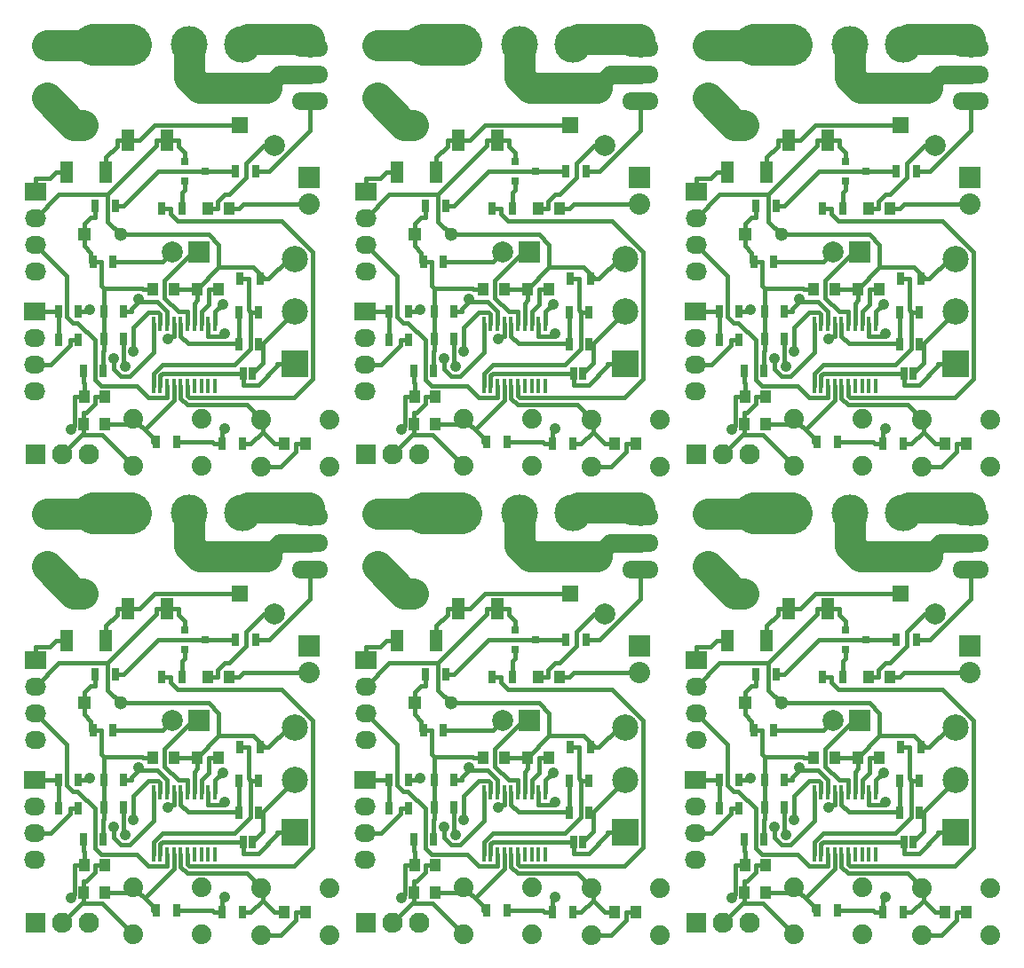
<source format=gbl>
G04 #@! TF.FileFunction,Copper,L2,Bot,Signal*
%FSLAX46Y46*%
G04 Gerber Fmt 4.6, Leading zero omitted, Abs format (unit mm)*
G04 Created by KiCad (PCBNEW 4.0.1-2.201512121406+6195~38~ubuntu15.10.1-stable) date Monday, December 14, 2015 PM10:58:21 HKT*
%MOMM*%
G01*
G04 APERTURE LIST*
%ADD10C,0.100000*%
%ADD11C,1.998980*%
%ADD12R,2.032000X2.032000*%
%ADD13O,2.032000X2.032000*%
%ADD14O,3.500120X1.699260*%
%ADD15C,2.500000*%
%ADD16R,2.500000X2.500000*%
%ADD17R,0.700000X1.300000*%
%ADD18R,0.800100X0.800100*%
%ADD19R,1.930400X1.930400*%
%ADD20C,1.930400*%
%ADD21C,3.500120*%
%ADD22R,2.032000X1.727200*%
%ADD23O,2.032000X1.727200*%
%ADD24R,0.635000X1.270000*%
%ADD25R,0.450000X1.450000*%
%ADD26R,1.250000X2.000000*%
%ADD27R,2.000000X2.000000*%
%ADD28C,2.000000*%
%ADD29R,1.000000X1.250000*%
%ADD30C,1.300000*%
%ADD31R,1.300000X1.300000*%
%ADD32R,1.600000X1.600000*%
%ADD33C,1.600000*%
%ADD34C,1.879600*%
%ADD35C,1.066800*%
%ADD36C,0.431800*%
%ADD37C,1.750000*%
%ADD38C,3.000000*%
%ADD39C,4.000000*%
G04 APERTURE END LIST*
D10*
D11*
X87630000Y42418000D03*
X87630000Y32258000D03*
D12*
X90932000Y29210000D03*
D13*
X90932000Y26670000D03*
D14*
X91059000Y38989000D03*
X91059000Y41529000D03*
X91059000Y36449000D03*
D15*
X89611000Y21430000D03*
D16*
X89611000Y11430000D03*
D15*
X89611000Y16430000D03*
D17*
X82667000Y3785000D03*
X84567000Y3785000D03*
X83962000Y29794200D03*
X85862000Y29794200D03*
X78318000Y3937000D03*
X76418000Y3937000D03*
D11*
X65938000Y41818560D03*
X65938000Y36817300D03*
D17*
X70576000Y26517600D03*
X72476000Y26517600D03*
X78826000Y26212800D03*
X76926000Y26212800D03*
X71376000Y13779500D03*
X73276000Y13779500D03*
X73276000Y16446500D03*
X71376000Y16446500D03*
X70348000Y21158200D03*
X72248000Y21158200D03*
X68958000Y16383000D03*
X67058000Y16383000D03*
X71333000Y10744200D03*
X69433000Y10744200D03*
X68958000Y13716000D03*
X67058000Y13716000D03*
X84242000Y13284200D03*
X86142000Y13284200D03*
X84394000Y19532600D03*
X86294000Y19532600D03*
X84242000Y16332200D03*
X86142000Y16332200D03*
D18*
X79085240Y28844200D03*
X79085240Y30744200D03*
X81084220Y29794200D03*
D19*
X64897000Y2794000D03*
D20*
X67437000Y2794000D03*
X69977000Y2794000D03*
D21*
X70358000Y41910000D03*
X84582000Y41910000D03*
X79502000Y41910000D03*
D22*
X64834000Y16383000D03*
D23*
X64834000Y13843000D03*
X64834000Y11303000D03*
X64834000Y8763000D03*
D24*
X84665000Y10464800D03*
X85565000Y10464800D03*
D22*
X64846000Y27838400D03*
D23*
X64846000Y25298400D03*
X64846000Y22758400D03*
X64846000Y20218400D03*
D25*
X76120000Y15243600D03*
X76770000Y15243600D03*
X77420000Y15243600D03*
X78070000Y15243600D03*
X78720000Y15243600D03*
X79370000Y15243600D03*
X80020000Y15243600D03*
X80670000Y15243600D03*
X81320000Y15243600D03*
X81970000Y15243600D03*
X81970000Y9343600D03*
X81320000Y9343600D03*
X80670000Y9343600D03*
X80020000Y9343600D03*
X79370000Y9343600D03*
X78720000Y9343600D03*
X78070000Y9343600D03*
X77420000Y9343600D03*
X76770000Y9343600D03*
X76120000Y9343600D03*
D26*
X73690000Y32766000D03*
X77440000Y32766000D03*
X67848000Y29718000D03*
X71598000Y29718000D03*
D27*
X80442000Y22072600D03*
D28*
X77902000Y22072600D03*
D29*
X88611000Y3785000D03*
X90611000Y3785000D03*
D30*
X72994000Y23749000D03*
D31*
X69494000Y23749000D03*
D29*
X81321000Y26263600D03*
X83321000Y26263600D03*
X71485000Y5689600D03*
X69485000Y5689600D03*
D32*
X84379000Y34239200D03*
D33*
X69379000Y34239200D03*
D29*
X69510000Y8255000D03*
X71510000Y8255000D03*
X78089000Y18542000D03*
X76089000Y18542000D03*
X82280000Y18542000D03*
X80280000Y18542000D03*
D34*
X74218800Y6197600D03*
X80721200Y6197600D03*
X74218800Y1676400D03*
X80721200Y1676400D03*
X86410800Y6134600D03*
X92913200Y6134600D03*
X86410800Y1613400D03*
X92913200Y1613400D03*
D21*
X73914000Y41910000D03*
D11*
X87630000Y87122000D03*
X87630000Y76962000D03*
D12*
X90932000Y73914000D03*
D13*
X90932000Y71374000D03*
D14*
X91059000Y83693000D03*
X91059000Y86233000D03*
X91059000Y81153000D03*
D15*
X89611000Y66134000D03*
D16*
X89611000Y56134000D03*
D15*
X89611000Y61134000D03*
D17*
X82667000Y48489000D03*
X84567000Y48489000D03*
X83962000Y74498200D03*
X85862000Y74498200D03*
X78318000Y48641000D03*
X76418000Y48641000D03*
D11*
X65938000Y86522560D03*
X65938000Y81521300D03*
D17*
X70576000Y71221600D03*
X72476000Y71221600D03*
X78826000Y70916800D03*
X76926000Y70916800D03*
X71376000Y58483500D03*
X73276000Y58483500D03*
X73276000Y61150500D03*
X71376000Y61150500D03*
X70348000Y65862200D03*
X72248000Y65862200D03*
X68958000Y61087000D03*
X67058000Y61087000D03*
X71333000Y55448200D03*
X69433000Y55448200D03*
X68958000Y58420000D03*
X67058000Y58420000D03*
X84242000Y57988200D03*
X86142000Y57988200D03*
X84394000Y64236600D03*
X86294000Y64236600D03*
X84242000Y61036200D03*
X86142000Y61036200D03*
D18*
X79085240Y73548200D03*
X79085240Y75448200D03*
X81084220Y74498200D03*
D19*
X64897000Y47498000D03*
D20*
X67437000Y47498000D03*
X69977000Y47498000D03*
D21*
X70358000Y86614000D03*
X84582000Y86614000D03*
X79502000Y86614000D03*
D22*
X64834000Y61087000D03*
D23*
X64834000Y58547000D03*
X64834000Y56007000D03*
X64834000Y53467000D03*
D24*
X84665000Y55168800D03*
X85565000Y55168800D03*
D22*
X64846000Y72542400D03*
D23*
X64846000Y70002400D03*
X64846000Y67462400D03*
X64846000Y64922400D03*
D25*
X76120000Y59947600D03*
X76770000Y59947600D03*
X77420000Y59947600D03*
X78070000Y59947600D03*
X78720000Y59947600D03*
X79370000Y59947600D03*
X80020000Y59947600D03*
X80670000Y59947600D03*
X81320000Y59947600D03*
X81970000Y59947600D03*
X81970000Y54047600D03*
X81320000Y54047600D03*
X80670000Y54047600D03*
X80020000Y54047600D03*
X79370000Y54047600D03*
X78720000Y54047600D03*
X78070000Y54047600D03*
X77420000Y54047600D03*
X76770000Y54047600D03*
X76120000Y54047600D03*
D26*
X73690000Y77470000D03*
X77440000Y77470000D03*
X67848000Y74422000D03*
X71598000Y74422000D03*
D27*
X80442000Y66776600D03*
D28*
X77902000Y66776600D03*
D29*
X88611000Y48489000D03*
X90611000Y48489000D03*
D30*
X72994000Y68453000D03*
D31*
X69494000Y68453000D03*
D29*
X81321000Y70967600D03*
X83321000Y70967600D03*
X71485000Y50393600D03*
X69485000Y50393600D03*
D32*
X84379000Y78943200D03*
D33*
X69379000Y78943200D03*
D29*
X69510000Y52959000D03*
X71510000Y52959000D03*
X78089000Y63246000D03*
X76089000Y63246000D03*
X82280000Y63246000D03*
X80280000Y63246000D03*
D34*
X74218800Y50901600D03*
X80721200Y50901600D03*
X74218800Y46380400D03*
X80721200Y46380400D03*
X86410800Y50838600D03*
X92913200Y50838600D03*
X86410800Y46317400D03*
X92913200Y46317400D03*
D21*
X73914000Y86614000D03*
D11*
X56134000Y42418000D03*
X56134000Y32258000D03*
D12*
X59436000Y29210000D03*
D13*
X59436000Y26670000D03*
D14*
X59563000Y38989000D03*
X59563000Y41529000D03*
X59563000Y36449000D03*
D15*
X58115000Y21430000D03*
D16*
X58115000Y11430000D03*
D15*
X58115000Y16430000D03*
D17*
X51171000Y3785000D03*
X53071000Y3785000D03*
X52466000Y29794200D03*
X54366000Y29794200D03*
X46822000Y3937000D03*
X44922000Y3937000D03*
D11*
X34442000Y41818560D03*
X34442000Y36817300D03*
D17*
X39080000Y26517600D03*
X40980000Y26517600D03*
X47330000Y26212800D03*
X45430000Y26212800D03*
X39880000Y13779500D03*
X41780000Y13779500D03*
X41780000Y16446500D03*
X39880000Y16446500D03*
X38852000Y21158200D03*
X40752000Y21158200D03*
X37462000Y16383000D03*
X35562000Y16383000D03*
X39837000Y10744200D03*
X37937000Y10744200D03*
X37462000Y13716000D03*
X35562000Y13716000D03*
X52746000Y13284200D03*
X54646000Y13284200D03*
X52898000Y19532600D03*
X54798000Y19532600D03*
X52746000Y16332200D03*
X54646000Y16332200D03*
D18*
X47589240Y28844200D03*
X47589240Y30744200D03*
X49588220Y29794200D03*
D19*
X33401000Y2794000D03*
D20*
X35941000Y2794000D03*
X38481000Y2794000D03*
D21*
X38862000Y41910000D03*
X53086000Y41910000D03*
X48006000Y41910000D03*
D22*
X33338000Y16383000D03*
D23*
X33338000Y13843000D03*
X33338000Y11303000D03*
X33338000Y8763000D03*
D24*
X53169000Y10464800D03*
X54069000Y10464800D03*
D22*
X33350000Y27838400D03*
D23*
X33350000Y25298400D03*
X33350000Y22758400D03*
X33350000Y20218400D03*
D25*
X44624000Y15243600D03*
X45274000Y15243600D03*
X45924000Y15243600D03*
X46574000Y15243600D03*
X47224000Y15243600D03*
X47874000Y15243600D03*
X48524000Y15243600D03*
X49174000Y15243600D03*
X49824000Y15243600D03*
X50474000Y15243600D03*
X50474000Y9343600D03*
X49824000Y9343600D03*
X49174000Y9343600D03*
X48524000Y9343600D03*
X47874000Y9343600D03*
X47224000Y9343600D03*
X46574000Y9343600D03*
X45924000Y9343600D03*
X45274000Y9343600D03*
X44624000Y9343600D03*
D26*
X42194000Y32766000D03*
X45944000Y32766000D03*
X36352000Y29718000D03*
X40102000Y29718000D03*
D27*
X48946000Y22072600D03*
D28*
X46406000Y22072600D03*
D29*
X57115000Y3785000D03*
X59115000Y3785000D03*
D30*
X41498000Y23749000D03*
D31*
X37998000Y23749000D03*
D29*
X49825000Y26263600D03*
X51825000Y26263600D03*
X39989000Y5689600D03*
X37989000Y5689600D03*
D32*
X52883000Y34239200D03*
D33*
X37883000Y34239200D03*
D29*
X38014000Y8255000D03*
X40014000Y8255000D03*
X46593000Y18542000D03*
X44593000Y18542000D03*
X50784000Y18542000D03*
X48784000Y18542000D03*
D34*
X42722800Y6197600D03*
X49225200Y6197600D03*
X42722800Y1676400D03*
X49225200Y1676400D03*
X54914800Y6134600D03*
X61417200Y6134600D03*
X54914800Y1613400D03*
X61417200Y1613400D03*
D21*
X42418000Y41910000D03*
D11*
X56134000Y87122000D03*
X56134000Y76962000D03*
D12*
X59436000Y73914000D03*
D13*
X59436000Y71374000D03*
D14*
X59563000Y83693000D03*
X59563000Y86233000D03*
X59563000Y81153000D03*
D15*
X58115000Y66134000D03*
D16*
X58115000Y56134000D03*
D15*
X58115000Y61134000D03*
D17*
X51171000Y48489000D03*
X53071000Y48489000D03*
X52466000Y74498200D03*
X54366000Y74498200D03*
X46822000Y48641000D03*
X44922000Y48641000D03*
D11*
X34442000Y86522560D03*
X34442000Y81521300D03*
D17*
X39080000Y71221600D03*
X40980000Y71221600D03*
X47330000Y70916800D03*
X45430000Y70916800D03*
X39880000Y58483500D03*
X41780000Y58483500D03*
X41780000Y61150500D03*
X39880000Y61150500D03*
X38852000Y65862200D03*
X40752000Y65862200D03*
X37462000Y61087000D03*
X35562000Y61087000D03*
X39837000Y55448200D03*
X37937000Y55448200D03*
X37462000Y58420000D03*
X35562000Y58420000D03*
X52746000Y57988200D03*
X54646000Y57988200D03*
X52898000Y64236600D03*
X54798000Y64236600D03*
X52746000Y61036200D03*
X54646000Y61036200D03*
D18*
X47589240Y73548200D03*
X47589240Y75448200D03*
X49588220Y74498200D03*
D19*
X33401000Y47498000D03*
D20*
X35941000Y47498000D03*
X38481000Y47498000D03*
D21*
X38862000Y86614000D03*
X53086000Y86614000D03*
X48006000Y86614000D03*
D22*
X33338000Y61087000D03*
D23*
X33338000Y58547000D03*
X33338000Y56007000D03*
X33338000Y53467000D03*
D24*
X53169000Y55168800D03*
X54069000Y55168800D03*
D22*
X33350000Y72542400D03*
D23*
X33350000Y70002400D03*
X33350000Y67462400D03*
X33350000Y64922400D03*
D25*
X44624000Y59947600D03*
X45274000Y59947600D03*
X45924000Y59947600D03*
X46574000Y59947600D03*
X47224000Y59947600D03*
X47874000Y59947600D03*
X48524000Y59947600D03*
X49174000Y59947600D03*
X49824000Y59947600D03*
X50474000Y59947600D03*
X50474000Y54047600D03*
X49824000Y54047600D03*
X49174000Y54047600D03*
X48524000Y54047600D03*
X47874000Y54047600D03*
X47224000Y54047600D03*
X46574000Y54047600D03*
X45924000Y54047600D03*
X45274000Y54047600D03*
X44624000Y54047600D03*
D26*
X42194000Y77470000D03*
X45944000Y77470000D03*
X36352000Y74422000D03*
X40102000Y74422000D03*
D27*
X48946000Y66776600D03*
D28*
X46406000Y66776600D03*
D29*
X57115000Y48489000D03*
X59115000Y48489000D03*
D30*
X41498000Y68453000D03*
D31*
X37998000Y68453000D03*
D29*
X49825000Y70967600D03*
X51825000Y70967600D03*
X39989000Y50393600D03*
X37989000Y50393600D03*
D32*
X52883000Y78943200D03*
D33*
X37883000Y78943200D03*
D29*
X38014000Y52959000D03*
X40014000Y52959000D03*
X46593000Y63246000D03*
X44593000Y63246000D03*
X50784000Y63246000D03*
X48784000Y63246000D03*
D34*
X42722800Y50901600D03*
X49225200Y50901600D03*
X42722800Y46380400D03*
X49225200Y46380400D03*
X54914800Y50838600D03*
X61417200Y50838600D03*
X54914800Y46317400D03*
X61417200Y46317400D03*
D21*
X42418000Y86614000D03*
D11*
X24638000Y42418000D03*
X24638000Y32258000D03*
D12*
X27940000Y29210000D03*
D13*
X27940000Y26670000D03*
D14*
X28067000Y38989000D03*
X28067000Y41529000D03*
X28067000Y36449000D03*
D15*
X26619000Y21430000D03*
D16*
X26619000Y11430000D03*
D15*
X26619000Y16430000D03*
D17*
X19675000Y3785000D03*
X21575000Y3785000D03*
X20970000Y29794200D03*
X22870000Y29794200D03*
X15326000Y3937000D03*
X13426000Y3937000D03*
D11*
X2946000Y41818560D03*
X2946000Y36817300D03*
D17*
X7584000Y26517600D03*
X9484000Y26517600D03*
X15834000Y26212800D03*
X13934000Y26212800D03*
X8384000Y13779500D03*
X10284000Y13779500D03*
X10284000Y16446500D03*
X8384000Y16446500D03*
X7356000Y21158200D03*
X9256000Y21158200D03*
X5966000Y16383000D03*
X4066000Y16383000D03*
X8341000Y10744200D03*
X6441000Y10744200D03*
X5966000Y13716000D03*
X4066000Y13716000D03*
X21250000Y13284200D03*
X23150000Y13284200D03*
X21402000Y19532600D03*
X23302000Y19532600D03*
X21250000Y16332200D03*
X23150000Y16332200D03*
D18*
X16093240Y28844200D03*
X16093240Y30744200D03*
X18092220Y29794200D03*
D19*
X1905000Y2794000D03*
D20*
X4445000Y2794000D03*
X6985000Y2794000D03*
D21*
X7366000Y41910000D03*
X21590000Y41910000D03*
X16510000Y41910000D03*
D22*
X1842000Y16383000D03*
D23*
X1842000Y13843000D03*
X1842000Y11303000D03*
X1842000Y8763000D03*
D24*
X21673000Y10464800D03*
X22573000Y10464800D03*
D22*
X1854000Y27838400D03*
D23*
X1854000Y25298400D03*
X1854000Y22758400D03*
X1854000Y20218400D03*
D25*
X13128000Y15243600D03*
X13778000Y15243600D03*
X14428000Y15243600D03*
X15078000Y15243600D03*
X15728000Y15243600D03*
X16378000Y15243600D03*
X17028000Y15243600D03*
X17678000Y15243600D03*
X18328000Y15243600D03*
X18978000Y15243600D03*
X18978000Y9343600D03*
X18328000Y9343600D03*
X17678000Y9343600D03*
X17028000Y9343600D03*
X16378000Y9343600D03*
X15728000Y9343600D03*
X15078000Y9343600D03*
X14428000Y9343600D03*
X13778000Y9343600D03*
X13128000Y9343600D03*
D26*
X10698000Y32766000D03*
X14448000Y32766000D03*
X4856000Y29718000D03*
X8606000Y29718000D03*
D27*
X17450000Y22072600D03*
D28*
X14910000Y22072600D03*
D29*
X25619000Y3785000D03*
X27619000Y3785000D03*
D30*
X10002000Y23749000D03*
D31*
X6502000Y23749000D03*
D29*
X18329000Y26263600D03*
X20329000Y26263600D03*
X8493000Y5689600D03*
X6493000Y5689600D03*
D32*
X21387000Y34239200D03*
D33*
X6387000Y34239200D03*
D29*
X6518000Y8255000D03*
X8518000Y8255000D03*
X15097000Y18542000D03*
X13097000Y18542000D03*
X19288000Y18542000D03*
X17288000Y18542000D03*
D34*
X11226800Y6197600D03*
X17729200Y6197600D03*
X11226800Y1676400D03*
X17729200Y1676400D03*
X23418800Y6134600D03*
X29921200Y6134600D03*
X23418800Y1613400D03*
X29921200Y1613400D03*
D21*
X10922000Y41910000D03*
X10922000Y86614000D03*
D34*
X23418800Y50838600D03*
X29921200Y50838600D03*
X23418800Y46317400D03*
X29921200Y46317400D03*
X11226800Y50901600D03*
X17729200Y50901600D03*
X11226800Y46380400D03*
X17729200Y46380400D03*
D29*
X19288000Y63246000D03*
X17288000Y63246000D03*
X15097000Y63246000D03*
X13097000Y63246000D03*
X6518000Y52959000D03*
X8518000Y52959000D03*
D32*
X21387000Y78943200D03*
D33*
X6387000Y78943200D03*
D29*
X8493000Y50393600D03*
X6493000Y50393600D03*
X18329000Y70967600D03*
X20329000Y70967600D03*
D30*
X10002000Y68453000D03*
D31*
X6502000Y68453000D03*
D29*
X25619000Y48489000D03*
X27619000Y48489000D03*
D27*
X17450000Y66776600D03*
D28*
X14910000Y66776600D03*
D26*
X4856000Y74422000D03*
X8606000Y74422000D03*
X10698000Y77470000D03*
X14448000Y77470000D03*
D25*
X13128000Y59947600D03*
X13778000Y59947600D03*
X14428000Y59947600D03*
X15078000Y59947600D03*
X15728000Y59947600D03*
X16378000Y59947600D03*
X17028000Y59947600D03*
X17678000Y59947600D03*
X18328000Y59947600D03*
X18978000Y59947600D03*
X18978000Y54047600D03*
X18328000Y54047600D03*
X17678000Y54047600D03*
X17028000Y54047600D03*
X16378000Y54047600D03*
X15728000Y54047600D03*
X15078000Y54047600D03*
X14428000Y54047600D03*
X13778000Y54047600D03*
X13128000Y54047600D03*
D22*
X1854000Y72542400D03*
D23*
X1854000Y70002400D03*
X1854000Y67462400D03*
X1854000Y64922400D03*
D24*
X21673000Y55168800D03*
X22573000Y55168800D03*
D22*
X1842000Y61087000D03*
D23*
X1842000Y58547000D03*
X1842000Y56007000D03*
X1842000Y53467000D03*
D21*
X16510000Y86614000D03*
X21590000Y86614000D03*
X7366000Y86614000D03*
D19*
X1905000Y47498000D03*
D20*
X4445000Y47498000D03*
X6985000Y47498000D03*
D18*
X16093240Y73548200D03*
X16093240Y75448200D03*
X18092220Y74498200D03*
D17*
X21250000Y61036200D03*
X23150000Y61036200D03*
X21402000Y64236600D03*
X23302000Y64236600D03*
X21250000Y57988200D03*
X23150000Y57988200D03*
X5966000Y58420000D03*
X4066000Y58420000D03*
X8341000Y55448200D03*
X6441000Y55448200D03*
X5966000Y61087000D03*
X4066000Y61087000D03*
X7356000Y65862200D03*
X9256000Y65862200D03*
X10284000Y61150500D03*
X8384000Y61150500D03*
X8384000Y58483500D03*
X10284000Y58483500D03*
X15834000Y70916800D03*
X13934000Y70916800D03*
X7584000Y71221600D03*
X9484000Y71221600D03*
D11*
X2946000Y86522560D03*
X2946000Y81521300D03*
D17*
X15326000Y48641000D03*
X13426000Y48641000D03*
X20970000Y74498200D03*
X22870000Y74498200D03*
X19675000Y48489000D03*
X21575000Y48489000D03*
D15*
X26619000Y66134000D03*
D16*
X26619000Y56134000D03*
D15*
X26619000Y61134000D03*
D14*
X28067000Y83693000D03*
X28067000Y86233000D03*
X28067000Y81153000D03*
D12*
X27940000Y73914000D03*
D13*
X27940000Y71374000D03*
D11*
X24638000Y87122000D03*
X24638000Y76962000D03*
D35*
X82913900Y5228100D03*
X82913900Y14322800D03*
X82913900Y49932100D03*
X82913900Y59026800D03*
X51417900Y5228100D03*
X51417900Y14322800D03*
X51417900Y49932100D03*
X51417900Y59026800D03*
X19921900Y5228100D03*
X19921900Y14322800D03*
X19921900Y59026800D03*
X19921900Y49932100D03*
X68243200Y5187700D03*
X68243200Y49891700D03*
X36747200Y5187700D03*
X36747200Y49891700D03*
X5251200Y5187700D03*
X5251200Y49891700D03*
X82706000Y17118200D03*
X82706000Y61822200D03*
X51210000Y17118200D03*
X51210000Y61822200D03*
X19714000Y17118200D03*
X19714000Y61822200D03*
X72309900Y11913800D03*
X72309900Y56617800D03*
X40813900Y11913800D03*
X40813900Y56617800D03*
X9317900Y11913800D03*
X9317900Y56617800D03*
X74215300Y12598600D03*
X74215300Y57302600D03*
X42719300Y12598600D03*
X42719300Y57302600D03*
X11223300Y12598600D03*
X11223300Y57302600D03*
X74709300Y17641300D03*
X74709300Y62345300D03*
X43213300Y17641300D03*
X43213300Y62345300D03*
X11717300Y17641300D03*
X11717300Y62345300D03*
X77471600Y13777200D03*
X77471600Y58481200D03*
X45975600Y13777200D03*
X45975600Y58481200D03*
X14479600Y13777200D03*
X14479600Y58481200D03*
X70035100Y16583200D03*
X70035100Y61287200D03*
X38539100Y16583200D03*
X38539100Y61287200D03*
X7043100Y16583200D03*
X7043100Y61287200D03*
X73404600Y11172600D03*
X73404600Y55876600D03*
X41908600Y11172600D03*
X41908600Y55876600D03*
X10412600Y11172600D03*
X10412600Y55876600D03*
D36*
X80670000Y15243600D02*
X80670000Y16400400D01*
X80670000Y16400400D02*
X81348200Y17078600D01*
X81348200Y17078600D02*
X81348200Y18542000D01*
X82280000Y18542000D02*
X81348200Y18542000D01*
X80670000Y59947600D02*
X80670000Y61104400D01*
X80670000Y61104400D02*
X81348200Y61782600D01*
X81348200Y61782600D02*
X81348200Y63246000D01*
X82280000Y63246000D02*
X81348200Y63246000D01*
X49174000Y15243600D02*
X49174000Y16400400D01*
X49174000Y16400400D02*
X49852200Y17078600D01*
X49852200Y17078600D02*
X49852200Y18542000D01*
X50784000Y18542000D02*
X49852200Y18542000D01*
X49174000Y59947600D02*
X49174000Y61104400D01*
X49174000Y61104400D02*
X49852200Y61782600D01*
X49852200Y61782600D02*
X49852200Y63246000D01*
X50784000Y63246000D02*
X49852200Y63246000D01*
X17678000Y15243600D02*
X17678000Y16400400D01*
X17678000Y16400400D02*
X18356200Y17078600D01*
X18356200Y17078600D02*
X18356200Y18542000D01*
X19288000Y18542000D02*
X18356200Y18542000D01*
X19288000Y63246000D02*
X18356200Y63246000D01*
X18356200Y61782600D02*
X18356200Y63246000D01*
X17678000Y61104400D02*
X18356200Y61782600D01*
X17678000Y59947600D02*
X17678000Y61104400D01*
X89611000Y21430000D02*
X88973200Y21430000D01*
X88973200Y21430000D02*
X87075800Y19532600D01*
X86684900Y19532600D02*
X87075800Y19532600D01*
X82359200Y20621200D02*
X80280000Y18542000D01*
X86684900Y19532600D02*
X85596300Y20621200D01*
X85596300Y20621200D02*
X82359200Y20621200D01*
X82359200Y20621200D02*
X82359200Y22773300D01*
X82359200Y22773300D02*
X81383500Y23749000D01*
X81383500Y23749000D02*
X72994000Y23749000D01*
X71730600Y27561700D02*
X71730600Y25012400D01*
X71730600Y25012400D02*
X72994000Y23749000D01*
X86294000Y19532600D02*
X86684900Y19532600D01*
X80280000Y18542000D02*
X79020800Y18542000D01*
X78089000Y18542000D02*
X79020800Y18542000D01*
X80280000Y18013600D02*
X80280000Y18542000D01*
X80280000Y18013600D02*
X80280000Y17485200D01*
X80280000Y17485200D02*
X80020000Y17225200D01*
X80020000Y17225200D02*
X80020000Y15243600D01*
X83321000Y26263600D02*
X84252800Y26263600D01*
X90932000Y26670000D02*
X84659200Y26670000D01*
X84659200Y26670000D02*
X84252800Y26263600D01*
X74218800Y1676400D02*
X71262400Y4632800D01*
X71262400Y4632800D02*
X69485000Y4632800D01*
X69485000Y5689600D02*
X69485000Y4632800D01*
X67437000Y2794000D02*
X69275800Y4632800D01*
X69275800Y4632800D02*
X69485000Y4632800D01*
X71510000Y8255000D02*
X70578200Y8255000D01*
X69485000Y5689600D02*
X69485000Y6746400D01*
X69485000Y6746400D02*
X69698700Y6746400D01*
X69698700Y6746400D02*
X70578200Y7625900D01*
X70578200Y7625900D02*
X70578200Y8255000D01*
X77440000Y32766000D02*
X78496800Y32766000D01*
X79085200Y30744200D02*
X79085200Y31576100D01*
X79085200Y31576100D02*
X78496800Y32164500D01*
X78496800Y32164500D02*
X78496800Y32766000D01*
X77440000Y32766000D02*
X76383200Y32766000D01*
X71730600Y27561700D02*
X76383200Y32214300D01*
X76383200Y32214300D02*
X76383200Y32766000D01*
X64846000Y25298400D02*
X67109300Y27561700D01*
X67109300Y27561700D02*
X71730600Y27561700D01*
X90611000Y3785000D02*
X89679200Y3785000D01*
X86410800Y1613400D02*
X88206400Y1613400D01*
X88206400Y1613400D02*
X89679200Y3086200D01*
X89679200Y3086200D02*
X89679200Y3785000D01*
X89611000Y66134000D02*
X88973200Y66134000D01*
X88973200Y66134000D02*
X87075800Y64236600D01*
X86684900Y64236600D02*
X87075800Y64236600D01*
X82359200Y65325200D02*
X80280000Y63246000D01*
X86684900Y64236600D02*
X85596300Y65325200D01*
X85596300Y65325200D02*
X82359200Y65325200D01*
X82359200Y65325200D02*
X82359200Y67477300D01*
X82359200Y67477300D02*
X81383500Y68453000D01*
X81383500Y68453000D02*
X72994000Y68453000D01*
X71730600Y72265700D02*
X71730600Y69716400D01*
X71730600Y69716400D02*
X72994000Y68453000D01*
X86294000Y64236600D02*
X86684900Y64236600D01*
X80280000Y63246000D02*
X79020800Y63246000D01*
X78089000Y63246000D02*
X79020800Y63246000D01*
X80280000Y62717600D02*
X80280000Y63246000D01*
X80280000Y62717600D02*
X80280000Y62189200D01*
X80280000Y62189200D02*
X80020000Y61929200D01*
X80020000Y61929200D02*
X80020000Y59947600D01*
X83321000Y70967600D02*
X84252800Y70967600D01*
X90932000Y71374000D02*
X84659200Y71374000D01*
X84659200Y71374000D02*
X84252800Y70967600D01*
X74218800Y46380400D02*
X71262400Y49336800D01*
X71262400Y49336800D02*
X69485000Y49336800D01*
X69485000Y50393600D02*
X69485000Y49336800D01*
X67437000Y47498000D02*
X69275800Y49336800D01*
X69275800Y49336800D02*
X69485000Y49336800D01*
X71510000Y52959000D02*
X70578200Y52959000D01*
X69485000Y50393600D02*
X69485000Y51450400D01*
X69485000Y51450400D02*
X69698700Y51450400D01*
X69698700Y51450400D02*
X70578200Y52329900D01*
X70578200Y52329900D02*
X70578200Y52959000D01*
X77440000Y77470000D02*
X78496800Y77470000D01*
X79085200Y75448200D02*
X79085200Y76280100D01*
X79085200Y76280100D02*
X78496800Y76868500D01*
X78496800Y76868500D02*
X78496800Y77470000D01*
X77440000Y77470000D02*
X76383200Y77470000D01*
X71730600Y72265700D02*
X76383200Y76918300D01*
X76383200Y76918300D02*
X76383200Y77470000D01*
X64846000Y70002400D02*
X67109300Y72265700D01*
X67109300Y72265700D02*
X71730600Y72265700D01*
X90611000Y48489000D02*
X89679200Y48489000D01*
X86410800Y46317400D02*
X88206400Y46317400D01*
X88206400Y46317400D02*
X89679200Y47790200D01*
X89679200Y47790200D02*
X89679200Y48489000D01*
X58115000Y21430000D02*
X57477200Y21430000D01*
X57477200Y21430000D02*
X55579800Y19532600D01*
X55188900Y19532600D02*
X55579800Y19532600D01*
X50863200Y20621200D02*
X48784000Y18542000D01*
X55188900Y19532600D02*
X54100300Y20621200D01*
X54100300Y20621200D02*
X50863200Y20621200D01*
X50863200Y20621200D02*
X50863200Y22773300D01*
X50863200Y22773300D02*
X49887500Y23749000D01*
X49887500Y23749000D02*
X41498000Y23749000D01*
X40234600Y27561700D02*
X40234600Y25012400D01*
X40234600Y25012400D02*
X41498000Y23749000D01*
X54798000Y19532600D02*
X55188900Y19532600D01*
X48784000Y18542000D02*
X47524800Y18542000D01*
X46593000Y18542000D02*
X47524800Y18542000D01*
X48784000Y18013600D02*
X48784000Y18542000D01*
X48784000Y18013600D02*
X48784000Y17485200D01*
X48784000Y17485200D02*
X48524000Y17225200D01*
X48524000Y17225200D02*
X48524000Y15243600D01*
X51825000Y26263600D02*
X52756800Y26263600D01*
X59436000Y26670000D02*
X53163200Y26670000D01*
X53163200Y26670000D02*
X52756800Y26263600D01*
X42722800Y1676400D02*
X39766400Y4632800D01*
X39766400Y4632800D02*
X37989000Y4632800D01*
X37989000Y5689600D02*
X37989000Y4632800D01*
X35941000Y2794000D02*
X37779800Y4632800D01*
X37779800Y4632800D02*
X37989000Y4632800D01*
X40014000Y8255000D02*
X39082200Y8255000D01*
X37989000Y5689600D02*
X37989000Y6746400D01*
X37989000Y6746400D02*
X38202700Y6746400D01*
X38202700Y6746400D02*
X39082200Y7625900D01*
X39082200Y7625900D02*
X39082200Y8255000D01*
X45944000Y32766000D02*
X47000800Y32766000D01*
X47589200Y30744200D02*
X47589200Y31576100D01*
X47589200Y31576100D02*
X47000800Y32164500D01*
X47000800Y32164500D02*
X47000800Y32766000D01*
X45944000Y32766000D02*
X44887200Y32766000D01*
X40234600Y27561700D02*
X44887200Y32214300D01*
X44887200Y32214300D02*
X44887200Y32766000D01*
X33350000Y25298400D02*
X35613300Y27561700D01*
X35613300Y27561700D02*
X40234600Y27561700D01*
X59115000Y3785000D02*
X58183200Y3785000D01*
X54914800Y1613400D02*
X56710400Y1613400D01*
X56710400Y1613400D02*
X58183200Y3086200D01*
X58183200Y3086200D02*
X58183200Y3785000D01*
X58115000Y66134000D02*
X57477200Y66134000D01*
X57477200Y66134000D02*
X55579800Y64236600D01*
X55188900Y64236600D02*
X55579800Y64236600D01*
X50863200Y65325200D02*
X48784000Y63246000D01*
X55188900Y64236600D02*
X54100300Y65325200D01*
X54100300Y65325200D02*
X50863200Y65325200D01*
X50863200Y65325200D02*
X50863200Y67477300D01*
X50863200Y67477300D02*
X49887500Y68453000D01*
X49887500Y68453000D02*
X41498000Y68453000D01*
X40234600Y72265700D02*
X40234600Y69716400D01*
X40234600Y69716400D02*
X41498000Y68453000D01*
X54798000Y64236600D02*
X55188900Y64236600D01*
X48784000Y63246000D02*
X47524800Y63246000D01*
X46593000Y63246000D02*
X47524800Y63246000D01*
X48784000Y62717600D02*
X48784000Y63246000D01*
X48784000Y62717600D02*
X48784000Y62189200D01*
X48784000Y62189200D02*
X48524000Y61929200D01*
X48524000Y61929200D02*
X48524000Y59947600D01*
X51825000Y70967600D02*
X52756800Y70967600D01*
X59436000Y71374000D02*
X53163200Y71374000D01*
X53163200Y71374000D02*
X52756800Y70967600D01*
X42722800Y46380400D02*
X39766400Y49336800D01*
X39766400Y49336800D02*
X37989000Y49336800D01*
X37989000Y50393600D02*
X37989000Y49336800D01*
X35941000Y47498000D02*
X37779800Y49336800D01*
X37779800Y49336800D02*
X37989000Y49336800D01*
X40014000Y52959000D02*
X39082200Y52959000D01*
X37989000Y50393600D02*
X37989000Y51450400D01*
X37989000Y51450400D02*
X38202700Y51450400D01*
X38202700Y51450400D02*
X39082200Y52329900D01*
X39082200Y52329900D02*
X39082200Y52959000D01*
X45944000Y77470000D02*
X47000800Y77470000D01*
X47589200Y75448200D02*
X47589200Y76280100D01*
X47589200Y76280100D02*
X47000800Y76868500D01*
X47000800Y76868500D02*
X47000800Y77470000D01*
X45944000Y77470000D02*
X44887200Y77470000D01*
X40234600Y72265700D02*
X44887200Y76918300D01*
X44887200Y76918300D02*
X44887200Y77470000D01*
X33350000Y70002400D02*
X35613300Y72265700D01*
X35613300Y72265700D02*
X40234600Y72265700D01*
X59115000Y48489000D02*
X58183200Y48489000D01*
X54914800Y46317400D02*
X56710400Y46317400D01*
X56710400Y46317400D02*
X58183200Y47790200D01*
X58183200Y47790200D02*
X58183200Y48489000D01*
X26619000Y21430000D02*
X25981200Y21430000D01*
X25981200Y21430000D02*
X24083800Y19532600D01*
X23692900Y19532600D02*
X24083800Y19532600D01*
X19367200Y20621200D02*
X17288000Y18542000D01*
X23692900Y19532600D02*
X22604300Y20621200D01*
X22604300Y20621200D02*
X19367200Y20621200D01*
X19367200Y20621200D02*
X19367200Y22773300D01*
X19367200Y22773300D02*
X18391500Y23749000D01*
X18391500Y23749000D02*
X10002000Y23749000D01*
X8738600Y27561700D02*
X8738600Y25012400D01*
X8738600Y25012400D02*
X10002000Y23749000D01*
X23302000Y19532600D02*
X23692900Y19532600D01*
X17288000Y18542000D02*
X16028800Y18542000D01*
X15097000Y18542000D02*
X16028800Y18542000D01*
X17288000Y18013600D02*
X17288000Y18542000D01*
X17288000Y18013600D02*
X17288000Y17485200D01*
X17288000Y17485200D02*
X17028000Y17225200D01*
X17028000Y17225200D02*
X17028000Y15243600D01*
X20329000Y26263600D02*
X21260800Y26263600D01*
X27940000Y26670000D02*
X21667200Y26670000D01*
X21667200Y26670000D02*
X21260800Y26263600D01*
X11226800Y1676400D02*
X8270400Y4632800D01*
X8270400Y4632800D02*
X6493000Y4632800D01*
X6493000Y5689600D02*
X6493000Y4632800D01*
X4445000Y2794000D02*
X6283800Y4632800D01*
X6283800Y4632800D02*
X6493000Y4632800D01*
X8518000Y8255000D02*
X7586200Y8255000D01*
X6493000Y5689600D02*
X6493000Y6746400D01*
X6493000Y6746400D02*
X6706700Y6746400D01*
X6706700Y6746400D02*
X7586200Y7625900D01*
X7586200Y7625900D02*
X7586200Y8255000D01*
X14448000Y32766000D02*
X15504800Y32766000D01*
X16093200Y30744200D02*
X16093200Y31576100D01*
X16093200Y31576100D02*
X15504800Y32164500D01*
X15504800Y32164500D02*
X15504800Y32766000D01*
X14448000Y32766000D02*
X13391200Y32766000D01*
X8738600Y27561700D02*
X13391200Y32214300D01*
X13391200Y32214300D02*
X13391200Y32766000D01*
X1854000Y25298400D02*
X4117300Y27561700D01*
X4117300Y27561700D02*
X8738600Y27561700D01*
X27619000Y3785000D02*
X26687200Y3785000D01*
X23418800Y1613400D02*
X25214400Y1613400D01*
X25214400Y1613400D02*
X26687200Y3086200D01*
X26687200Y3086200D02*
X26687200Y3785000D01*
X26687200Y47790200D02*
X26687200Y48489000D01*
X25214400Y46317400D02*
X26687200Y47790200D01*
X23418800Y46317400D02*
X25214400Y46317400D01*
X27619000Y48489000D02*
X26687200Y48489000D01*
X4117300Y72265700D02*
X8738600Y72265700D01*
X1854000Y70002400D02*
X4117300Y72265700D01*
X13391200Y76918300D02*
X13391200Y77470000D01*
X8738600Y72265700D02*
X13391200Y76918300D01*
X14448000Y77470000D02*
X13391200Y77470000D01*
X15504800Y76868500D02*
X15504800Y77470000D01*
X16093200Y76280100D02*
X15504800Y76868500D01*
X16093200Y75448200D02*
X16093200Y76280100D01*
X14448000Y77470000D02*
X15504800Y77470000D01*
X7586200Y52329900D02*
X7586200Y52959000D01*
X6706700Y51450400D02*
X7586200Y52329900D01*
X6493000Y51450400D02*
X6706700Y51450400D01*
X6493000Y50393600D02*
X6493000Y51450400D01*
X8518000Y52959000D02*
X7586200Y52959000D01*
X6283800Y49336800D02*
X6493000Y49336800D01*
X4445000Y47498000D02*
X6283800Y49336800D01*
X6493000Y50393600D02*
X6493000Y49336800D01*
X8270400Y49336800D02*
X6493000Y49336800D01*
X11226800Y46380400D02*
X8270400Y49336800D01*
X21667200Y71374000D02*
X21260800Y70967600D01*
X27940000Y71374000D02*
X21667200Y71374000D01*
X20329000Y70967600D02*
X21260800Y70967600D01*
X17028000Y61929200D02*
X17028000Y59947600D01*
X17288000Y62189200D02*
X17028000Y61929200D01*
X17288000Y62717600D02*
X17288000Y62189200D01*
X17288000Y62717600D02*
X17288000Y63246000D01*
X15097000Y63246000D02*
X16028800Y63246000D01*
X17288000Y63246000D02*
X16028800Y63246000D01*
X23302000Y64236600D02*
X23692900Y64236600D01*
X8738600Y69716400D02*
X10002000Y68453000D01*
X8738600Y72265700D02*
X8738600Y69716400D01*
X18391500Y68453000D02*
X10002000Y68453000D01*
X19367200Y67477300D02*
X18391500Y68453000D01*
X19367200Y65325200D02*
X19367200Y67477300D01*
X22604300Y65325200D02*
X19367200Y65325200D01*
X23692900Y64236600D02*
X22604300Y65325200D01*
X19367200Y65325200D02*
X17288000Y63246000D01*
X23692900Y64236600D02*
X24083800Y64236600D01*
X25981200Y66134000D02*
X24083800Y64236600D01*
X26619000Y66134000D02*
X25981200Y66134000D01*
X81320000Y14086800D02*
X82677900Y14086800D01*
X82677900Y14086800D02*
X82913900Y14322800D01*
X82667000Y4866800D02*
X82913900Y5113700D01*
X82913900Y5113700D02*
X82913900Y5228100D01*
X82667000Y3785000D02*
X82667000Y4866800D01*
X67848000Y29718000D02*
X66791200Y29718000D01*
X64846000Y27838400D02*
X64846000Y29133800D01*
X64846000Y29133800D02*
X66207000Y29133800D01*
X66207000Y29133800D02*
X66791200Y29718000D01*
X71376000Y18641900D02*
X71376000Y17528300D01*
X71129800Y21158200D02*
X71129800Y18888100D01*
X71129800Y18888100D02*
X71376000Y18641900D01*
X71376000Y18641900D02*
X75057300Y18641900D01*
X75057300Y18641900D02*
X75157200Y18542000D01*
X76089000Y18542000D02*
X75157200Y18542000D01*
X71376000Y16446500D02*
X71376000Y17528300D01*
X70348000Y21158200D02*
X71129800Y21158200D01*
X70250300Y21158200D02*
X70348000Y21158200D01*
X70250300Y21158200D02*
X70152600Y21158200D01*
X81320000Y15243600D02*
X81320000Y14086800D01*
X71376000Y12697700D02*
X71333000Y12654700D01*
X71333000Y12654700D02*
X71333000Y10744200D01*
X69494000Y22667200D02*
X70152600Y22008600D01*
X70152600Y22008600D02*
X70152600Y21158200D01*
X69494000Y23749000D02*
X69494000Y22667200D01*
X70576000Y26517600D02*
X70576000Y25435800D01*
X69494000Y23749000D02*
X69494000Y24830800D01*
X69494000Y24830800D02*
X70099000Y25435800D01*
X70099000Y25435800D02*
X70576000Y25435800D01*
X81885200Y3785000D02*
X81733200Y3937000D01*
X81733200Y3937000D02*
X78318000Y3937000D01*
D37*
X90932000Y42418000D02*
X90932000Y41656000D01*
X90932000Y41656000D02*
X91059000Y41529000D01*
D36*
X71376000Y13779500D02*
X71376000Y16446500D01*
X71376000Y13779500D02*
X71376000Y12697700D01*
X82667000Y3785000D02*
X81885200Y3785000D01*
D38*
X87630000Y42418000D02*
X90932000Y42418000D01*
X84582000Y41910000D02*
X85090000Y42418000D01*
X85090000Y42418000D02*
X87630000Y42418000D01*
D36*
X81320000Y58790800D02*
X82677900Y58790800D01*
X82677900Y58790800D02*
X82913900Y59026800D01*
X82667000Y49570800D02*
X82913900Y49817700D01*
X82913900Y49817700D02*
X82913900Y49932100D01*
X82667000Y48489000D02*
X82667000Y49570800D01*
X67848000Y74422000D02*
X66791200Y74422000D01*
X64846000Y72542400D02*
X64846000Y73837800D01*
X64846000Y73837800D02*
X66207000Y73837800D01*
X66207000Y73837800D02*
X66791200Y74422000D01*
X71376000Y63345900D02*
X71376000Y62232300D01*
X71129800Y65862200D02*
X71129800Y63592100D01*
X71129800Y63592100D02*
X71376000Y63345900D01*
X71376000Y63345900D02*
X75057300Y63345900D01*
X75057300Y63345900D02*
X75157200Y63246000D01*
X76089000Y63246000D02*
X75157200Y63246000D01*
X71376000Y61150500D02*
X71376000Y62232300D01*
X70348000Y65862200D02*
X71129800Y65862200D01*
X70250300Y65862200D02*
X70348000Y65862200D01*
X70250300Y65862200D02*
X70152600Y65862200D01*
X81320000Y59947600D02*
X81320000Y58790800D01*
X71376000Y57401700D02*
X71333000Y57358700D01*
X71333000Y57358700D02*
X71333000Y55448200D01*
X69494000Y67371200D02*
X70152600Y66712600D01*
X70152600Y66712600D02*
X70152600Y65862200D01*
X69494000Y68453000D02*
X69494000Y67371200D01*
X70576000Y71221600D02*
X70576000Y70139800D01*
X69494000Y68453000D02*
X69494000Y69534800D01*
X69494000Y69534800D02*
X70099000Y70139800D01*
X70099000Y70139800D02*
X70576000Y70139800D01*
X81885200Y48489000D02*
X81733200Y48641000D01*
X81733200Y48641000D02*
X78318000Y48641000D01*
D37*
X90932000Y87122000D02*
X90932000Y86360000D01*
X90932000Y86360000D02*
X91059000Y86233000D01*
D36*
X71376000Y58483500D02*
X71376000Y61150500D01*
X71376000Y58483500D02*
X71376000Y57401700D01*
X82667000Y48489000D02*
X81885200Y48489000D01*
D38*
X87630000Y87122000D02*
X90932000Y87122000D01*
X84582000Y86614000D02*
X85090000Y87122000D01*
X85090000Y87122000D02*
X87630000Y87122000D01*
D36*
X49824000Y14086800D02*
X51181900Y14086800D01*
X51181900Y14086800D02*
X51417900Y14322800D01*
X51171000Y4866800D02*
X51417900Y5113700D01*
X51417900Y5113700D02*
X51417900Y5228100D01*
X51171000Y3785000D02*
X51171000Y4866800D01*
X36352000Y29718000D02*
X35295200Y29718000D01*
X33350000Y27838400D02*
X33350000Y29133800D01*
X33350000Y29133800D02*
X34711000Y29133800D01*
X34711000Y29133800D02*
X35295200Y29718000D01*
X39880000Y18641900D02*
X39880000Y17528300D01*
X39633800Y21158200D02*
X39633800Y18888100D01*
X39633800Y18888100D02*
X39880000Y18641900D01*
X39880000Y18641900D02*
X43561300Y18641900D01*
X43561300Y18641900D02*
X43661200Y18542000D01*
X44593000Y18542000D02*
X43661200Y18542000D01*
X39880000Y16446500D02*
X39880000Y17528300D01*
X38852000Y21158200D02*
X39633800Y21158200D01*
X38754300Y21158200D02*
X38852000Y21158200D01*
X38754300Y21158200D02*
X38656600Y21158200D01*
X49824000Y15243600D02*
X49824000Y14086800D01*
X39880000Y12697700D02*
X39837000Y12654700D01*
X39837000Y12654700D02*
X39837000Y10744200D01*
X37998000Y22667200D02*
X38656600Y22008600D01*
X38656600Y22008600D02*
X38656600Y21158200D01*
X37998000Y23749000D02*
X37998000Y22667200D01*
X39080000Y26517600D02*
X39080000Y25435800D01*
X37998000Y23749000D02*
X37998000Y24830800D01*
X37998000Y24830800D02*
X38603000Y25435800D01*
X38603000Y25435800D02*
X39080000Y25435800D01*
X50389200Y3785000D02*
X50237200Y3937000D01*
X50237200Y3937000D02*
X46822000Y3937000D01*
D37*
X59436000Y42418000D02*
X59436000Y41656000D01*
X59436000Y41656000D02*
X59563000Y41529000D01*
D36*
X39880000Y13779500D02*
X39880000Y16446500D01*
X39880000Y13779500D02*
X39880000Y12697700D01*
X51171000Y3785000D02*
X50389200Y3785000D01*
D38*
X56134000Y42418000D02*
X59436000Y42418000D01*
X53086000Y41910000D02*
X53594000Y42418000D01*
X53594000Y42418000D02*
X56134000Y42418000D01*
D36*
X49824000Y58790800D02*
X51181900Y58790800D01*
X51181900Y58790800D02*
X51417900Y59026800D01*
X51171000Y49570800D02*
X51417900Y49817700D01*
X51417900Y49817700D02*
X51417900Y49932100D01*
X51171000Y48489000D02*
X51171000Y49570800D01*
X36352000Y74422000D02*
X35295200Y74422000D01*
X33350000Y72542400D02*
X33350000Y73837800D01*
X33350000Y73837800D02*
X34711000Y73837800D01*
X34711000Y73837800D02*
X35295200Y74422000D01*
X39880000Y63345900D02*
X39880000Y62232300D01*
X39633800Y65862200D02*
X39633800Y63592100D01*
X39633800Y63592100D02*
X39880000Y63345900D01*
X39880000Y63345900D02*
X43561300Y63345900D01*
X43561300Y63345900D02*
X43661200Y63246000D01*
X44593000Y63246000D02*
X43661200Y63246000D01*
X39880000Y61150500D02*
X39880000Y62232300D01*
X38852000Y65862200D02*
X39633800Y65862200D01*
X38754300Y65862200D02*
X38852000Y65862200D01*
X38754300Y65862200D02*
X38656600Y65862200D01*
X49824000Y59947600D02*
X49824000Y58790800D01*
X39880000Y57401700D02*
X39837000Y57358700D01*
X39837000Y57358700D02*
X39837000Y55448200D01*
X37998000Y67371200D02*
X38656600Y66712600D01*
X38656600Y66712600D02*
X38656600Y65862200D01*
X37998000Y68453000D02*
X37998000Y67371200D01*
X39080000Y71221600D02*
X39080000Y70139800D01*
X37998000Y68453000D02*
X37998000Y69534800D01*
X37998000Y69534800D02*
X38603000Y70139800D01*
X38603000Y70139800D02*
X39080000Y70139800D01*
X50389200Y48489000D02*
X50237200Y48641000D01*
X50237200Y48641000D02*
X46822000Y48641000D01*
D37*
X59436000Y87122000D02*
X59436000Y86360000D01*
X59436000Y86360000D02*
X59563000Y86233000D01*
D36*
X39880000Y58483500D02*
X39880000Y61150500D01*
X39880000Y58483500D02*
X39880000Y57401700D01*
X51171000Y48489000D02*
X50389200Y48489000D01*
D38*
X56134000Y87122000D02*
X59436000Y87122000D01*
X53086000Y86614000D02*
X53594000Y87122000D01*
X53594000Y87122000D02*
X56134000Y87122000D01*
D36*
X18328000Y14086800D02*
X19685900Y14086800D01*
X19685900Y14086800D02*
X19921900Y14322800D01*
X19675000Y4866800D02*
X19921900Y5113700D01*
X19921900Y5113700D02*
X19921900Y5228100D01*
X19675000Y3785000D02*
X19675000Y4866800D01*
X4856000Y29718000D02*
X3799200Y29718000D01*
X1854000Y27838400D02*
X1854000Y29133800D01*
X1854000Y29133800D02*
X3215000Y29133800D01*
X3215000Y29133800D02*
X3799200Y29718000D01*
X8384000Y18641900D02*
X8384000Y17528300D01*
X8137800Y21158200D02*
X8137800Y18888100D01*
X8137800Y18888100D02*
X8384000Y18641900D01*
X8384000Y18641900D02*
X12065300Y18641900D01*
X12065300Y18641900D02*
X12165200Y18542000D01*
X13097000Y18542000D02*
X12165200Y18542000D01*
X8384000Y16446500D02*
X8384000Y17528300D01*
X7356000Y21158200D02*
X8137800Y21158200D01*
X7258300Y21158200D02*
X7356000Y21158200D01*
X7258300Y21158200D02*
X7160600Y21158200D01*
X18328000Y15243600D02*
X18328000Y14086800D01*
X8384000Y12697700D02*
X8341000Y12654700D01*
X8341000Y12654700D02*
X8341000Y10744200D01*
X6502000Y22667200D02*
X7160600Y22008600D01*
X7160600Y22008600D02*
X7160600Y21158200D01*
X6502000Y23749000D02*
X6502000Y22667200D01*
X7584000Y26517600D02*
X7584000Y25435800D01*
X6502000Y23749000D02*
X6502000Y24830800D01*
X6502000Y24830800D02*
X7107000Y25435800D01*
X7107000Y25435800D02*
X7584000Y25435800D01*
X18893200Y3785000D02*
X18741200Y3937000D01*
X18741200Y3937000D02*
X15326000Y3937000D01*
D37*
X27940000Y42418000D02*
X27940000Y41656000D01*
X27940000Y41656000D02*
X28067000Y41529000D01*
D36*
X8384000Y13779500D02*
X8384000Y16446500D01*
X8384000Y13779500D02*
X8384000Y12697700D01*
X19675000Y3785000D02*
X18893200Y3785000D01*
D38*
X24638000Y42418000D02*
X27940000Y42418000D01*
X21590000Y41910000D02*
X22098000Y42418000D01*
X22098000Y42418000D02*
X24638000Y42418000D01*
X22098000Y87122000D02*
X24638000Y87122000D01*
X21590000Y86614000D02*
X22098000Y87122000D01*
X24638000Y87122000D02*
X27940000Y87122000D01*
D36*
X19675000Y48489000D02*
X18893200Y48489000D01*
X8384000Y58483500D02*
X8384000Y57401700D01*
X8384000Y58483500D02*
X8384000Y61150500D01*
D37*
X27940000Y86360000D02*
X28067000Y86233000D01*
X27940000Y87122000D02*
X27940000Y86360000D01*
D36*
X18741200Y48641000D02*
X15326000Y48641000D01*
X18893200Y48489000D02*
X18741200Y48641000D01*
X7107000Y70139800D02*
X7584000Y70139800D01*
X6502000Y69534800D02*
X7107000Y70139800D01*
X6502000Y68453000D02*
X6502000Y69534800D01*
X7584000Y71221600D02*
X7584000Y70139800D01*
X6502000Y68453000D02*
X6502000Y67371200D01*
X7160600Y66712600D02*
X7160600Y65862200D01*
X6502000Y67371200D02*
X7160600Y66712600D01*
X8341000Y57358700D02*
X8341000Y55448200D01*
X8384000Y57401700D02*
X8341000Y57358700D01*
X18328000Y59947600D02*
X18328000Y58790800D01*
X7258300Y65862200D02*
X7160600Y65862200D01*
X7258300Y65862200D02*
X7356000Y65862200D01*
X7356000Y65862200D02*
X8137800Y65862200D01*
X8384000Y61150500D02*
X8384000Y62232300D01*
X13097000Y63246000D02*
X12165200Y63246000D01*
X12065300Y63345900D02*
X12165200Y63246000D01*
X8384000Y63345900D02*
X12065300Y63345900D01*
X8137800Y63592100D02*
X8384000Y63345900D01*
X8137800Y65862200D02*
X8137800Y63592100D01*
X8384000Y63345900D02*
X8384000Y62232300D01*
X3215000Y73837800D02*
X3799200Y74422000D01*
X1854000Y73837800D02*
X3215000Y73837800D01*
X1854000Y72542400D02*
X1854000Y73837800D01*
X4856000Y74422000D02*
X3799200Y74422000D01*
X19675000Y48489000D02*
X19675000Y49570800D01*
X19921900Y49817700D02*
X19921900Y49932100D01*
X19675000Y49570800D02*
X19921900Y49817700D01*
X19685900Y58790800D02*
X19921900Y59026800D01*
X18328000Y58790800D02*
X19685900Y58790800D01*
X68578200Y8255000D02*
X68578200Y5522700D01*
X68578200Y5522700D02*
X68243200Y5187700D01*
X69510000Y8255000D02*
X68578200Y8255000D01*
X69433000Y9662400D02*
X69510000Y9585400D01*
X69510000Y9585400D02*
X69510000Y8255000D01*
X69433000Y10744200D02*
X69433000Y9662400D01*
X68578200Y52959000D02*
X68578200Y50226700D01*
X68578200Y50226700D02*
X68243200Y49891700D01*
X69510000Y52959000D02*
X68578200Y52959000D01*
X69433000Y54366400D02*
X69510000Y54289400D01*
X69510000Y54289400D02*
X69510000Y52959000D01*
X69433000Y55448200D02*
X69433000Y54366400D01*
X37082200Y8255000D02*
X37082200Y5522700D01*
X37082200Y5522700D02*
X36747200Y5187700D01*
X38014000Y8255000D02*
X37082200Y8255000D01*
X37937000Y9662400D02*
X38014000Y9585400D01*
X38014000Y9585400D02*
X38014000Y8255000D01*
X37937000Y10744200D02*
X37937000Y9662400D01*
X37082200Y52959000D02*
X37082200Y50226700D01*
X37082200Y50226700D02*
X36747200Y49891700D01*
X38014000Y52959000D02*
X37082200Y52959000D01*
X37937000Y54366400D02*
X38014000Y54289400D01*
X38014000Y54289400D02*
X38014000Y52959000D01*
X37937000Y55448200D02*
X37937000Y54366400D01*
X5586200Y8255000D02*
X5586200Y5522700D01*
X5586200Y5522700D02*
X5251200Y5187700D01*
X6518000Y8255000D02*
X5586200Y8255000D01*
X6441000Y9662400D02*
X6518000Y9585400D01*
X6518000Y9585400D02*
X6518000Y8255000D01*
X6441000Y10744200D02*
X6441000Y9662400D01*
X6441000Y55448200D02*
X6441000Y54366400D01*
X6518000Y54289400D02*
X6518000Y52959000D01*
X6441000Y54366400D02*
X6518000Y54289400D01*
X6518000Y52959000D02*
X5586200Y52959000D01*
X5586200Y50226700D02*
X5251200Y49891700D01*
X5586200Y52959000D02*
X5586200Y50226700D01*
X73690000Y32766000D02*
X74746800Y32766000D01*
X74746800Y32766000D02*
X76220000Y34239200D01*
X76220000Y34239200D02*
X84379000Y34239200D01*
X73161600Y32766000D02*
X73690000Y32766000D01*
X73161600Y32766000D02*
X72633200Y32766000D01*
X71598000Y29718000D02*
X71598000Y31149800D01*
X72633200Y32766000D02*
X72633200Y32185000D01*
X72633200Y32185000D02*
X71598000Y31149800D01*
X73690000Y77470000D02*
X74746800Y77470000D01*
X74746800Y77470000D02*
X76220000Y78943200D01*
X76220000Y78943200D02*
X84379000Y78943200D01*
X73161600Y77470000D02*
X73690000Y77470000D01*
X73161600Y77470000D02*
X72633200Y77470000D01*
X71598000Y74422000D02*
X71598000Y75853800D01*
X72633200Y77470000D02*
X72633200Y76889000D01*
X72633200Y76889000D02*
X71598000Y75853800D01*
X42194000Y32766000D02*
X43250800Y32766000D01*
X43250800Y32766000D02*
X44724000Y34239200D01*
X44724000Y34239200D02*
X52883000Y34239200D01*
X41665600Y32766000D02*
X42194000Y32766000D01*
X41665600Y32766000D02*
X41137200Y32766000D01*
X40102000Y29718000D02*
X40102000Y31149800D01*
X41137200Y32766000D02*
X41137200Y32185000D01*
X41137200Y32185000D02*
X40102000Y31149800D01*
X42194000Y77470000D02*
X43250800Y77470000D01*
X43250800Y77470000D02*
X44724000Y78943200D01*
X44724000Y78943200D02*
X52883000Y78943200D01*
X41665600Y77470000D02*
X42194000Y77470000D01*
X41665600Y77470000D02*
X41137200Y77470000D01*
X40102000Y74422000D02*
X40102000Y75853800D01*
X41137200Y77470000D02*
X41137200Y76889000D01*
X41137200Y76889000D02*
X40102000Y75853800D01*
X10698000Y32766000D02*
X11754800Y32766000D01*
X11754800Y32766000D02*
X13228000Y34239200D01*
X13228000Y34239200D02*
X21387000Y34239200D01*
X10169600Y32766000D02*
X10698000Y32766000D01*
X10169600Y32766000D02*
X9641200Y32766000D01*
X8606000Y29718000D02*
X8606000Y31149800D01*
X9641200Y32766000D02*
X9641200Y32185000D01*
X9641200Y32185000D02*
X8606000Y31149800D01*
X9641200Y76889000D02*
X8606000Y75853800D01*
X9641200Y77470000D02*
X9641200Y76889000D01*
X8606000Y74422000D02*
X8606000Y75853800D01*
X10169600Y77470000D02*
X9641200Y77470000D01*
X10169600Y77470000D02*
X10698000Y77470000D01*
X13228000Y78943200D02*
X21387000Y78943200D01*
X11754800Y77470000D02*
X13228000Y78943200D01*
X10698000Y77470000D02*
X11754800Y77470000D01*
D38*
X65938000Y36817300D02*
X68516000Y34239200D01*
X68516000Y34239200D02*
X69379000Y34239200D01*
X65938000Y81521300D02*
X68516000Y78943200D01*
X68516000Y78943200D02*
X69379000Y78943200D01*
X34442000Y36817300D02*
X37020000Y34239200D01*
X37020000Y34239200D02*
X37883000Y34239200D01*
X34442000Y81521300D02*
X37020000Y78943200D01*
X37020000Y78943200D02*
X37883000Y78943200D01*
X2946000Y36817300D02*
X5524000Y34239200D01*
X5524000Y34239200D02*
X6387000Y34239200D01*
X5524000Y78943200D02*
X6387000Y78943200D01*
X2946000Y81521300D02*
X5524000Y78943200D01*
D36*
X74218800Y5689600D02*
X74218800Y6197600D01*
X75261200Y5155200D02*
X74726800Y5689600D01*
X74726800Y5689600D02*
X74218800Y5689600D01*
X74218800Y5689600D02*
X72416800Y5689600D01*
X71485000Y5689600D02*
X72416800Y5689600D01*
X76027100Y3937000D02*
X76027100Y4389300D01*
X76027100Y4389300D02*
X75261200Y5155200D01*
X75261200Y5155200D02*
X78070000Y7964000D01*
X78070000Y7964000D02*
X78070000Y9343600D01*
X76418000Y3937000D02*
X76027100Y3937000D01*
X74218800Y50393600D02*
X74218800Y50901600D01*
X75261200Y49859200D02*
X74726800Y50393600D01*
X74726800Y50393600D02*
X74218800Y50393600D01*
X74218800Y50393600D02*
X72416800Y50393600D01*
X71485000Y50393600D02*
X72416800Y50393600D01*
X76027100Y48641000D02*
X76027100Y49093300D01*
X76027100Y49093300D02*
X75261200Y49859200D01*
X75261200Y49859200D02*
X78070000Y52668000D01*
X78070000Y52668000D02*
X78070000Y54047600D01*
X76418000Y48641000D02*
X76027100Y48641000D01*
X42722800Y5689600D02*
X42722800Y6197600D01*
X43765200Y5155200D02*
X43230800Y5689600D01*
X43230800Y5689600D02*
X42722800Y5689600D01*
X42722800Y5689600D02*
X40920800Y5689600D01*
X39989000Y5689600D02*
X40920800Y5689600D01*
X44531100Y3937000D02*
X44531100Y4389300D01*
X44531100Y4389300D02*
X43765200Y5155200D01*
X43765200Y5155200D02*
X46574000Y7964000D01*
X46574000Y7964000D02*
X46574000Y9343600D01*
X44922000Y3937000D02*
X44531100Y3937000D01*
X42722800Y50393600D02*
X42722800Y50901600D01*
X43765200Y49859200D02*
X43230800Y50393600D01*
X43230800Y50393600D02*
X42722800Y50393600D01*
X42722800Y50393600D02*
X40920800Y50393600D01*
X39989000Y50393600D02*
X40920800Y50393600D01*
X44531100Y48641000D02*
X44531100Y49093300D01*
X44531100Y49093300D02*
X43765200Y49859200D01*
X43765200Y49859200D02*
X46574000Y52668000D01*
X46574000Y52668000D02*
X46574000Y54047600D01*
X44922000Y48641000D02*
X44531100Y48641000D01*
X11226800Y5689600D02*
X11226800Y6197600D01*
X12269200Y5155200D02*
X11734800Y5689600D01*
X11734800Y5689600D02*
X11226800Y5689600D01*
X11226800Y5689600D02*
X9424800Y5689600D01*
X8493000Y5689600D02*
X9424800Y5689600D01*
X13035100Y3937000D02*
X13035100Y4389300D01*
X13035100Y4389300D02*
X12269200Y5155200D01*
X12269200Y5155200D02*
X15078000Y7964000D01*
X15078000Y7964000D02*
X15078000Y9343600D01*
X13426000Y3937000D02*
X13035100Y3937000D01*
X13426000Y48641000D02*
X13035100Y48641000D01*
X15078000Y52668000D02*
X15078000Y54047600D01*
X12269200Y49859200D02*
X15078000Y52668000D01*
X13035100Y49093300D02*
X12269200Y49859200D01*
X13035100Y48641000D02*
X13035100Y49093300D01*
X8493000Y50393600D02*
X9424800Y50393600D01*
X11226800Y50393600D02*
X9424800Y50393600D01*
X11734800Y50393600D02*
X11226800Y50393600D01*
X12269200Y49859200D02*
X11734800Y50393600D01*
X11226800Y50393600D02*
X11226800Y50901600D01*
X81970000Y15243600D02*
X81970000Y16400400D01*
X82706000Y17118200D02*
X81988200Y16400400D01*
X81988200Y16400400D02*
X81970000Y16400400D01*
X81321000Y26263600D02*
X82252800Y26263600D01*
X87630000Y32258000D02*
X86660800Y32258000D01*
X86660800Y32258000D02*
X84927400Y30524600D01*
X84927400Y30524600D02*
X84927400Y29173000D01*
X84927400Y29173000D02*
X83372300Y27617900D01*
X83372300Y27617900D02*
X82936700Y27617900D01*
X82936700Y27617900D02*
X82252800Y26934000D01*
X82252800Y26934000D02*
X82252800Y26263600D01*
X81970000Y59947600D02*
X81970000Y61104400D01*
X82706000Y61822200D02*
X81988200Y61104400D01*
X81988200Y61104400D02*
X81970000Y61104400D01*
X81321000Y70967600D02*
X82252800Y70967600D01*
X87630000Y76962000D02*
X86660800Y76962000D01*
X86660800Y76962000D02*
X84927400Y75228600D01*
X84927400Y75228600D02*
X84927400Y73877000D01*
X84927400Y73877000D02*
X83372300Y72321900D01*
X83372300Y72321900D02*
X82936700Y72321900D01*
X82936700Y72321900D02*
X82252800Y71638000D01*
X82252800Y71638000D02*
X82252800Y70967600D01*
X50474000Y15243600D02*
X50474000Y16400400D01*
X51210000Y17118200D02*
X50492200Y16400400D01*
X50492200Y16400400D02*
X50474000Y16400400D01*
X49825000Y26263600D02*
X50756800Y26263600D01*
X56134000Y32258000D02*
X55164800Y32258000D01*
X55164800Y32258000D02*
X53431400Y30524600D01*
X53431400Y30524600D02*
X53431400Y29173000D01*
X53431400Y29173000D02*
X51876300Y27617900D01*
X51876300Y27617900D02*
X51440700Y27617900D01*
X51440700Y27617900D02*
X50756800Y26934000D01*
X50756800Y26934000D02*
X50756800Y26263600D01*
X50474000Y59947600D02*
X50474000Y61104400D01*
X51210000Y61822200D02*
X50492200Y61104400D01*
X50492200Y61104400D02*
X50474000Y61104400D01*
X49825000Y70967600D02*
X50756800Y70967600D01*
X56134000Y76962000D02*
X55164800Y76962000D01*
X55164800Y76962000D02*
X53431400Y75228600D01*
X53431400Y75228600D02*
X53431400Y73877000D01*
X53431400Y73877000D02*
X51876300Y72321900D01*
X51876300Y72321900D02*
X51440700Y72321900D01*
X51440700Y72321900D02*
X50756800Y71638000D01*
X50756800Y71638000D02*
X50756800Y70967600D01*
X18978000Y15243600D02*
X18978000Y16400400D01*
X19714000Y17118200D02*
X18996200Y16400400D01*
X18996200Y16400400D02*
X18978000Y16400400D01*
X18329000Y26263600D02*
X19260800Y26263600D01*
X24638000Y32258000D02*
X23668800Y32258000D01*
X23668800Y32258000D02*
X21935400Y30524600D01*
X21935400Y30524600D02*
X21935400Y29173000D01*
X21935400Y29173000D02*
X20380300Y27617900D01*
X20380300Y27617900D02*
X19944700Y27617900D01*
X19944700Y27617900D02*
X19260800Y26934000D01*
X19260800Y26934000D02*
X19260800Y26263600D01*
X19260800Y71638000D02*
X19260800Y70967600D01*
X19944700Y72321900D02*
X19260800Y71638000D01*
X20380300Y72321900D02*
X19944700Y72321900D01*
X21935400Y73877000D02*
X20380300Y72321900D01*
X21935400Y75228600D02*
X21935400Y73877000D01*
X23668800Y76962000D02*
X21935400Y75228600D01*
X24638000Y76962000D02*
X23668800Y76962000D01*
X18329000Y70967600D02*
X19260800Y70967600D01*
X18996200Y61104400D02*
X18978000Y61104400D01*
X19714000Y61822200D02*
X18996200Y61104400D01*
X18978000Y59947600D02*
X18978000Y61104400D01*
X86514000Y4950200D02*
X86514000Y6031400D01*
X86514000Y6031400D02*
X86410800Y6134600D01*
X85348800Y3785000D02*
X86514000Y4950200D01*
X86514000Y4950200D02*
X87679200Y3785000D01*
X88611000Y3785000D02*
X87679200Y3785000D01*
X84567000Y3785000D02*
X85348800Y3785000D01*
X86410800Y6134600D02*
X84989000Y7556400D01*
X84989000Y7556400D02*
X79319900Y7556400D01*
X79319900Y7556400D02*
X78720000Y8156300D01*
X78720000Y8156300D02*
X78720000Y9343600D01*
X86514000Y49654200D02*
X86514000Y50735400D01*
X86514000Y50735400D02*
X86410800Y50838600D01*
X85348800Y48489000D02*
X86514000Y49654200D01*
X86514000Y49654200D02*
X87679200Y48489000D01*
X88611000Y48489000D02*
X87679200Y48489000D01*
X84567000Y48489000D02*
X85348800Y48489000D01*
X86410800Y50838600D02*
X84989000Y52260400D01*
X84989000Y52260400D02*
X79319900Y52260400D01*
X79319900Y52260400D02*
X78720000Y52860300D01*
X78720000Y52860300D02*
X78720000Y54047600D01*
X55018000Y4950200D02*
X55018000Y6031400D01*
X55018000Y6031400D02*
X54914800Y6134600D01*
X53852800Y3785000D02*
X55018000Y4950200D01*
X55018000Y4950200D02*
X56183200Y3785000D01*
X57115000Y3785000D02*
X56183200Y3785000D01*
X53071000Y3785000D02*
X53852800Y3785000D01*
X54914800Y6134600D02*
X53493000Y7556400D01*
X53493000Y7556400D02*
X47823900Y7556400D01*
X47823900Y7556400D02*
X47224000Y8156300D01*
X47224000Y8156300D02*
X47224000Y9343600D01*
X55018000Y49654200D02*
X55018000Y50735400D01*
X55018000Y50735400D02*
X54914800Y50838600D01*
X53852800Y48489000D02*
X55018000Y49654200D01*
X55018000Y49654200D02*
X56183200Y48489000D01*
X57115000Y48489000D02*
X56183200Y48489000D01*
X53071000Y48489000D02*
X53852800Y48489000D01*
X54914800Y50838600D02*
X53493000Y52260400D01*
X53493000Y52260400D02*
X47823900Y52260400D01*
X47823900Y52260400D02*
X47224000Y52860300D01*
X47224000Y52860300D02*
X47224000Y54047600D01*
X23522000Y4950200D02*
X23522000Y6031400D01*
X23522000Y6031400D02*
X23418800Y6134600D01*
X22356800Y3785000D02*
X23522000Y4950200D01*
X23522000Y4950200D02*
X24687200Y3785000D01*
X25619000Y3785000D02*
X24687200Y3785000D01*
X21575000Y3785000D02*
X22356800Y3785000D01*
X23418800Y6134600D02*
X21997000Y7556400D01*
X21997000Y7556400D02*
X16327900Y7556400D01*
X16327900Y7556400D02*
X15728000Y8156300D01*
X15728000Y8156300D02*
X15728000Y9343600D01*
X15728000Y52860300D02*
X15728000Y54047600D01*
X16327900Y52260400D02*
X15728000Y52860300D01*
X21997000Y52260400D02*
X16327900Y52260400D01*
X23418800Y50838600D02*
X21997000Y52260400D01*
X21575000Y48489000D02*
X22356800Y48489000D01*
X25619000Y48489000D02*
X24687200Y48489000D01*
X23522000Y49654200D02*
X24687200Y48489000D01*
X22356800Y48489000D02*
X23522000Y49654200D01*
X23522000Y50735400D02*
X23418800Y50838600D01*
X23522000Y49654200D02*
X23522000Y50735400D01*
X79370000Y15243600D02*
X79370000Y16400400D01*
X79370000Y16400400D02*
X78486100Y16400400D01*
X78486100Y16400400D02*
X77194900Y17691600D01*
X77194900Y17691600D02*
X77194900Y19393800D01*
X77194900Y19393800D02*
X79873700Y22072600D01*
X79873700Y22072600D02*
X80442000Y22072600D01*
X79370000Y59947600D02*
X79370000Y61104400D01*
X79370000Y61104400D02*
X78486100Y61104400D01*
X78486100Y61104400D02*
X77194900Y62395600D01*
X77194900Y62395600D02*
X77194900Y64097800D01*
X77194900Y64097800D02*
X79873700Y66776600D01*
X79873700Y66776600D02*
X80442000Y66776600D01*
X47874000Y15243600D02*
X47874000Y16400400D01*
X47874000Y16400400D02*
X46990100Y16400400D01*
X46990100Y16400400D02*
X45698900Y17691600D01*
X45698900Y17691600D02*
X45698900Y19393800D01*
X45698900Y19393800D02*
X48377700Y22072600D01*
X48377700Y22072600D02*
X48946000Y22072600D01*
X47874000Y59947600D02*
X47874000Y61104400D01*
X47874000Y61104400D02*
X46990100Y61104400D01*
X46990100Y61104400D02*
X45698900Y62395600D01*
X45698900Y62395600D02*
X45698900Y64097800D01*
X45698900Y64097800D02*
X48377700Y66776600D01*
X48377700Y66776600D02*
X48946000Y66776600D01*
X16378000Y15243600D02*
X16378000Y16400400D01*
X16378000Y16400400D02*
X15494100Y16400400D01*
X15494100Y16400400D02*
X14202900Y17691600D01*
X14202900Y17691600D02*
X14202900Y19393800D01*
X14202900Y19393800D02*
X16881700Y22072600D01*
X16881700Y22072600D02*
X17450000Y22072600D01*
X16881700Y66776600D02*
X17450000Y66776600D01*
X14202900Y64097800D02*
X16881700Y66776600D01*
X14202900Y62395600D02*
X14202900Y64097800D01*
X15494100Y61104400D02*
X14202900Y62395600D01*
X16378000Y61104400D02*
X15494100Y61104400D01*
X16378000Y59947600D02*
X16378000Y61104400D01*
X72248000Y21158200D02*
X76987600Y21158200D01*
X76987600Y21158200D02*
X77902000Y22072600D01*
X72248000Y65862200D02*
X76987600Y65862200D01*
X76987600Y65862200D02*
X77902000Y66776600D01*
X40752000Y21158200D02*
X45491600Y21158200D01*
X45491600Y21158200D02*
X46406000Y22072600D01*
X40752000Y65862200D02*
X45491600Y65862200D01*
X45491600Y65862200D02*
X46406000Y66776600D01*
X9256000Y21158200D02*
X13995600Y21158200D01*
X13995600Y21158200D02*
X14910000Y22072600D01*
X13995600Y65862200D02*
X14910000Y66776600D01*
X9256000Y65862200D02*
X13995600Y65862200D01*
X76120000Y15243600D02*
X76120000Y12492300D01*
X76120000Y12492300D02*
X73870500Y10242800D01*
X73870500Y10242800D02*
X72973500Y10242800D01*
X72973500Y10242800D02*
X72309900Y10906400D01*
X72309900Y10906400D02*
X72309900Y11913800D01*
X76120000Y59947600D02*
X76120000Y57196300D01*
X76120000Y57196300D02*
X73870500Y54946800D01*
X73870500Y54946800D02*
X72973500Y54946800D01*
X72973500Y54946800D02*
X72309900Y55610400D01*
X72309900Y55610400D02*
X72309900Y56617800D01*
X44624000Y15243600D02*
X44624000Y12492300D01*
X44624000Y12492300D02*
X42374500Y10242800D01*
X42374500Y10242800D02*
X41477500Y10242800D01*
X41477500Y10242800D02*
X40813900Y10906400D01*
X40813900Y10906400D02*
X40813900Y11913800D01*
X44624000Y59947600D02*
X44624000Y57196300D01*
X44624000Y57196300D02*
X42374500Y54946800D01*
X42374500Y54946800D02*
X41477500Y54946800D01*
X41477500Y54946800D02*
X40813900Y55610400D01*
X40813900Y55610400D02*
X40813900Y56617800D01*
X13128000Y15243600D02*
X13128000Y12492300D01*
X13128000Y12492300D02*
X10878500Y10242800D01*
X10878500Y10242800D02*
X9981500Y10242800D01*
X9981500Y10242800D02*
X9317900Y10906400D01*
X9317900Y10906400D02*
X9317900Y11913800D01*
X9317900Y55610400D02*
X9317900Y56617800D01*
X9981500Y54946800D02*
X9317900Y55610400D01*
X10878500Y54946800D02*
X9981500Y54946800D01*
X13128000Y57196300D02*
X10878500Y54946800D01*
X13128000Y59947600D02*
X13128000Y57196300D01*
X76770000Y15243600D02*
X76770000Y16187700D01*
X76770000Y16187700D02*
X76595000Y16362700D01*
X76595000Y16362700D02*
X75664700Y16362700D01*
X75664700Y16362700D02*
X74215300Y14913300D01*
X74215300Y14913300D02*
X74215300Y12598600D01*
X76770000Y59947600D02*
X76770000Y60891700D01*
X76770000Y60891700D02*
X76595000Y61066700D01*
X76595000Y61066700D02*
X75664700Y61066700D01*
X75664700Y61066700D02*
X74215300Y59617300D01*
X74215300Y59617300D02*
X74215300Y57302600D01*
X45274000Y15243600D02*
X45274000Y16187700D01*
X45274000Y16187700D02*
X45099000Y16362700D01*
X45099000Y16362700D02*
X44168700Y16362700D01*
X44168700Y16362700D02*
X42719300Y14913300D01*
X42719300Y14913300D02*
X42719300Y12598600D01*
X45274000Y59947600D02*
X45274000Y60891700D01*
X45274000Y60891700D02*
X45099000Y61066700D01*
X45099000Y61066700D02*
X44168700Y61066700D01*
X44168700Y61066700D02*
X42719300Y59617300D01*
X42719300Y59617300D02*
X42719300Y57302600D01*
X13778000Y15243600D02*
X13778000Y16187700D01*
X13778000Y16187700D02*
X13603000Y16362700D01*
X13603000Y16362700D02*
X12672700Y16362700D01*
X12672700Y16362700D02*
X11223300Y14913300D01*
X11223300Y14913300D02*
X11223300Y12598600D01*
X11223300Y59617300D02*
X11223300Y57302600D01*
X12672700Y61066700D02*
X11223300Y59617300D01*
X13603000Y61066700D02*
X12672700Y61066700D01*
X13778000Y60891700D02*
X13603000Y61066700D01*
X13778000Y59947600D02*
X13778000Y60891700D01*
X74709300Y17315600D02*
X76504800Y17315600D01*
X76504800Y17315600D02*
X77420000Y16400400D01*
X74057800Y16446500D02*
X74057800Y16664100D01*
X74057800Y16664100D02*
X74709300Y17315600D01*
X74709300Y17315600D02*
X74709300Y17641300D01*
X77420000Y15243600D02*
X77420000Y16400400D01*
X73276000Y16446500D02*
X74057800Y16446500D01*
X74709300Y62019600D02*
X76504800Y62019600D01*
X76504800Y62019600D02*
X77420000Y61104400D01*
X74057800Y61150500D02*
X74057800Y61368100D01*
X74057800Y61368100D02*
X74709300Y62019600D01*
X74709300Y62019600D02*
X74709300Y62345300D01*
X77420000Y59947600D02*
X77420000Y61104400D01*
X73276000Y61150500D02*
X74057800Y61150500D01*
X43213300Y17315600D02*
X45008800Y17315600D01*
X45008800Y17315600D02*
X45924000Y16400400D01*
X42561800Y16446500D02*
X42561800Y16664100D01*
X42561800Y16664100D02*
X43213300Y17315600D01*
X43213300Y17315600D02*
X43213300Y17641300D01*
X45924000Y15243600D02*
X45924000Y16400400D01*
X41780000Y16446500D02*
X42561800Y16446500D01*
X43213300Y62019600D02*
X45008800Y62019600D01*
X45008800Y62019600D02*
X45924000Y61104400D01*
X42561800Y61150500D02*
X42561800Y61368100D01*
X42561800Y61368100D02*
X43213300Y62019600D01*
X43213300Y62019600D02*
X43213300Y62345300D01*
X45924000Y59947600D02*
X45924000Y61104400D01*
X41780000Y61150500D02*
X42561800Y61150500D01*
X11717300Y17315600D02*
X13512800Y17315600D01*
X13512800Y17315600D02*
X14428000Y16400400D01*
X11065800Y16446500D02*
X11065800Y16664100D01*
X11065800Y16664100D02*
X11717300Y17315600D01*
X11717300Y17315600D02*
X11717300Y17641300D01*
X14428000Y15243600D02*
X14428000Y16400400D01*
X10284000Y16446500D02*
X11065800Y16446500D01*
X10284000Y61150500D02*
X11065800Y61150500D01*
X14428000Y59947600D02*
X14428000Y61104400D01*
X11717300Y62019600D02*
X11717300Y62345300D01*
X11065800Y61368100D02*
X11717300Y62019600D01*
X11065800Y61150500D02*
X11065800Y61368100D01*
X13512800Y62019600D02*
X14428000Y61104400D01*
X11717300Y62019600D02*
X13512800Y62019600D01*
X78070000Y15243600D02*
X78070000Y14086800D01*
X78070000Y14086800D02*
X77781200Y14086800D01*
X77781200Y14086800D02*
X77471600Y13777200D01*
X78070000Y59947600D02*
X78070000Y58790800D01*
X78070000Y58790800D02*
X77781200Y58790800D01*
X77781200Y58790800D02*
X77471600Y58481200D01*
X46574000Y15243600D02*
X46574000Y14086800D01*
X46574000Y14086800D02*
X46285200Y14086800D01*
X46285200Y14086800D02*
X45975600Y13777200D01*
X46574000Y59947600D02*
X46574000Y58790800D01*
X46574000Y58790800D02*
X46285200Y58790800D01*
X46285200Y58790800D02*
X45975600Y58481200D01*
X15078000Y15243600D02*
X15078000Y14086800D01*
X15078000Y14086800D02*
X14789200Y14086800D01*
X14789200Y14086800D02*
X14479600Y13777200D01*
X14789200Y58790800D02*
X14479600Y58481200D01*
X15078000Y58790800D02*
X14789200Y58790800D01*
X15078000Y59947600D02*
X15078000Y58790800D01*
X84242000Y13395400D02*
X84242000Y16332200D01*
X84242000Y13284200D02*
X84242000Y13395400D01*
X78720000Y14086800D02*
X79411400Y13395400D01*
X79411400Y13395400D02*
X84242000Y13395400D01*
X78720000Y15243600D02*
X78720000Y14086800D01*
X84242000Y58099400D02*
X84242000Y61036200D01*
X84242000Y57988200D02*
X84242000Y58099400D01*
X78720000Y58790800D02*
X79411400Y58099400D01*
X79411400Y58099400D02*
X84242000Y58099400D01*
X78720000Y59947600D02*
X78720000Y58790800D01*
X52746000Y13395400D02*
X52746000Y16332200D01*
X52746000Y13284200D02*
X52746000Y13395400D01*
X47224000Y14086800D02*
X47915400Y13395400D01*
X47915400Y13395400D02*
X52746000Y13395400D01*
X47224000Y15243600D02*
X47224000Y14086800D01*
X52746000Y58099400D02*
X52746000Y61036200D01*
X52746000Y57988200D02*
X52746000Y58099400D01*
X47224000Y58790800D02*
X47915400Y58099400D01*
X47915400Y58099400D02*
X52746000Y58099400D01*
X47224000Y59947600D02*
X47224000Y58790800D01*
X21250000Y13395400D02*
X21250000Y16332200D01*
X21250000Y13284200D02*
X21250000Y13395400D01*
X15728000Y14086800D02*
X16419400Y13395400D01*
X16419400Y13395400D02*
X21250000Y13395400D01*
X15728000Y15243600D02*
X15728000Y14086800D01*
X15728000Y59947600D02*
X15728000Y58790800D01*
X16419400Y58099400D02*
X21250000Y58099400D01*
X15728000Y58790800D02*
X16419400Y58099400D01*
X21250000Y57988200D02*
X21250000Y58099400D01*
X21250000Y58099400D02*
X21250000Y61036200D01*
X77707800Y26212800D02*
X77707800Y25724200D01*
X77707800Y25724200D02*
X78414400Y25017600D01*
X78414400Y25017600D02*
X88354300Y25017600D01*
X88354300Y25017600D02*
X91267000Y22104900D01*
X91267000Y22104900D02*
X91267000Y10001200D01*
X91267000Y10001200D02*
X89490300Y8224500D01*
X89490300Y8224500D02*
X79545000Y8224500D01*
X79545000Y8224500D02*
X79370000Y8399500D01*
X79370000Y8399500D02*
X79370000Y9343600D01*
X76926000Y26212800D02*
X77707800Y26212800D01*
X77707800Y70916800D02*
X77707800Y70428200D01*
X77707800Y70428200D02*
X78414400Y69721600D01*
X78414400Y69721600D02*
X88354300Y69721600D01*
X88354300Y69721600D02*
X91267000Y66808900D01*
X91267000Y66808900D02*
X91267000Y54705200D01*
X91267000Y54705200D02*
X89490300Y52928500D01*
X89490300Y52928500D02*
X79545000Y52928500D01*
X79545000Y52928500D02*
X79370000Y53103500D01*
X79370000Y53103500D02*
X79370000Y54047600D01*
X76926000Y70916800D02*
X77707800Y70916800D01*
X46211800Y26212800D02*
X46211800Y25724200D01*
X46211800Y25724200D02*
X46918400Y25017600D01*
X46918400Y25017600D02*
X56858300Y25017600D01*
X56858300Y25017600D02*
X59771000Y22104900D01*
X59771000Y22104900D02*
X59771000Y10001200D01*
X59771000Y10001200D02*
X57994300Y8224500D01*
X57994300Y8224500D02*
X48049000Y8224500D01*
X48049000Y8224500D02*
X47874000Y8399500D01*
X47874000Y8399500D02*
X47874000Y9343600D01*
X45430000Y26212800D02*
X46211800Y26212800D01*
X46211800Y70916800D02*
X46211800Y70428200D01*
X46211800Y70428200D02*
X46918400Y69721600D01*
X46918400Y69721600D02*
X56858300Y69721600D01*
X56858300Y69721600D02*
X59771000Y66808900D01*
X59771000Y66808900D02*
X59771000Y54705200D01*
X59771000Y54705200D02*
X57994300Y52928500D01*
X57994300Y52928500D02*
X48049000Y52928500D01*
X48049000Y52928500D02*
X47874000Y53103500D01*
X47874000Y53103500D02*
X47874000Y54047600D01*
X45430000Y70916800D02*
X46211800Y70916800D01*
X14715800Y26212800D02*
X14715800Y25724200D01*
X14715800Y25724200D02*
X15422400Y25017600D01*
X15422400Y25017600D02*
X25362300Y25017600D01*
X25362300Y25017600D02*
X28275000Y22104900D01*
X28275000Y22104900D02*
X28275000Y10001200D01*
X28275000Y10001200D02*
X26498300Y8224500D01*
X26498300Y8224500D02*
X16553000Y8224500D01*
X16553000Y8224500D02*
X16378000Y8399500D01*
X16378000Y8399500D02*
X16378000Y9343600D01*
X13934000Y26212800D02*
X14715800Y26212800D01*
X13934000Y70916800D02*
X14715800Y70916800D01*
X16378000Y53103500D02*
X16378000Y54047600D01*
X16553000Y52928500D02*
X16378000Y53103500D01*
X26498300Y52928500D02*
X16553000Y52928500D01*
X28275000Y54705200D02*
X26498300Y52928500D01*
X28275000Y66808900D02*
X28275000Y54705200D01*
X25362300Y69721600D02*
X28275000Y66808900D01*
X15422400Y69721600D02*
X25362300Y69721600D01*
X14715800Y70428200D02*
X15422400Y69721600D01*
X14715800Y70916800D02*
X14715800Y70428200D01*
X77420000Y9343600D02*
X77420000Y8186800D01*
X64846000Y22758400D02*
X67802100Y19802300D01*
X67802100Y19802300D02*
X67802100Y15936900D01*
X67802100Y15936900D02*
X68400100Y15338900D01*
X68400100Y15338900D02*
X68898600Y15338900D01*
X68898600Y15338900D02*
X70558000Y13679500D01*
X70558000Y13679500D02*
X70558000Y9918400D01*
X70558000Y9918400D02*
X71160900Y9315500D01*
X71160900Y9315500D02*
X74529500Y9315500D01*
X74529500Y9315500D02*
X75658200Y8186800D01*
X75658200Y8186800D02*
X77420000Y8186800D01*
X77420000Y54047600D02*
X77420000Y52890800D01*
X64846000Y67462400D02*
X67802100Y64506300D01*
X67802100Y64506300D02*
X67802100Y60640900D01*
X67802100Y60640900D02*
X68400100Y60042900D01*
X68400100Y60042900D02*
X68898600Y60042900D01*
X68898600Y60042900D02*
X70558000Y58383500D01*
X70558000Y58383500D02*
X70558000Y54622400D01*
X70558000Y54622400D02*
X71160900Y54019500D01*
X71160900Y54019500D02*
X74529500Y54019500D01*
X74529500Y54019500D02*
X75658200Y52890800D01*
X75658200Y52890800D02*
X77420000Y52890800D01*
X45924000Y9343600D02*
X45924000Y8186800D01*
X33350000Y22758400D02*
X36306100Y19802300D01*
X36306100Y19802300D02*
X36306100Y15936900D01*
X36306100Y15936900D02*
X36904100Y15338900D01*
X36904100Y15338900D02*
X37402600Y15338900D01*
X37402600Y15338900D02*
X39062000Y13679500D01*
X39062000Y13679500D02*
X39062000Y9918400D01*
X39062000Y9918400D02*
X39664900Y9315500D01*
X39664900Y9315500D02*
X43033500Y9315500D01*
X43033500Y9315500D02*
X44162200Y8186800D01*
X44162200Y8186800D02*
X45924000Y8186800D01*
X45924000Y54047600D02*
X45924000Y52890800D01*
X33350000Y67462400D02*
X36306100Y64506300D01*
X36306100Y64506300D02*
X36306100Y60640900D01*
X36306100Y60640900D02*
X36904100Y60042900D01*
X36904100Y60042900D02*
X37402600Y60042900D01*
X37402600Y60042900D02*
X39062000Y58383500D01*
X39062000Y58383500D02*
X39062000Y54622400D01*
X39062000Y54622400D02*
X39664900Y54019500D01*
X39664900Y54019500D02*
X43033500Y54019500D01*
X43033500Y54019500D02*
X44162200Y52890800D01*
X44162200Y52890800D02*
X45924000Y52890800D01*
X14428000Y9343600D02*
X14428000Y8186800D01*
X1854000Y22758400D02*
X4810100Y19802300D01*
X4810100Y19802300D02*
X4810100Y15936900D01*
X4810100Y15936900D02*
X5408100Y15338900D01*
X5408100Y15338900D02*
X5906600Y15338900D01*
X5906600Y15338900D02*
X7566000Y13679500D01*
X7566000Y13679500D02*
X7566000Y9918400D01*
X7566000Y9918400D02*
X8168900Y9315500D01*
X8168900Y9315500D02*
X11537500Y9315500D01*
X11537500Y9315500D02*
X12666200Y8186800D01*
X12666200Y8186800D02*
X14428000Y8186800D01*
X12666200Y52890800D02*
X14428000Y52890800D01*
X11537500Y54019500D02*
X12666200Y52890800D01*
X8168900Y54019500D02*
X11537500Y54019500D01*
X7566000Y54622400D02*
X8168900Y54019500D01*
X7566000Y58383500D02*
X7566000Y54622400D01*
X5906600Y60042900D02*
X7566000Y58383500D01*
X5408100Y60042900D02*
X5906600Y60042900D01*
X4810100Y60640900D02*
X5408100Y60042900D01*
X4810100Y64506300D02*
X4810100Y60640900D01*
X1854000Y67462400D02*
X4810100Y64506300D01*
X14428000Y54047600D02*
X14428000Y52890800D01*
X89611000Y11430000D02*
X87929200Y11430000D01*
X84665000Y10462700D02*
X76945000Y10462700D01*
X76945000Y10462700D02*
X76770000Y10287700D01*
X76770000Y10287700D02*
X76770000Y9343600D01*
X84665000Y10464800D02*
X84665000Y10462700D01*
X84665000Y10311200D02*
X84665000Y10462700D01*
X84665000Y10311200D02*
X84665000Y9398000D01*
X87929200Y11430000D02*
X87929200Y11219800D01*
X87929200Y11219800D02*
X86107400Y9398000D01*
X86107400Y9398000D02*
X84665000Y9398000D01*
X89611000Y56134000D02*
X87929200Y56134000D01*
X84665000Y55166700D02*
X76945000Y55166700D01*
X76945000Y55166700D02*
X76770000Y54991700D01*
X76770000Y54991700D02*
X76770000Y54047600D01*
X84665000Y55168800D02*
X84665000Y55166700D01*
X84665000Y55015200D02*
X84665000Y55166700D01*
X84665000Y55015200D02*
X84665000Y54102000D01*
X87929200Y56134000D02*
X87929200Y55923800D01*
X87929200Y55923800D02*
X86107400Y54102000D01*
X86107400Y54102000D02*
X84665000Y54102000D01*
X58115000Y11430000D02*
X56433200Y11430000D01*
X53169000Y10462700D02*
X45449000Y10462700D01*
X45449000Y10462700D02*
X45274000Y10287700D01*
X45274000Y10287700D02*
X45274000Y9343600D01*
X53169000Y10464800D02*
X53169000Y10462700D01*
X53169000Y10311200D02*
X53169000Y10462700D01*
X53169000Y10311200D02*
X53169000Y9398000D01*
X56433200Y11430000D02*
X56433200Y11219800D01*
X56433200Y11219800D02*
X54611400Y9398000D01*
X54611400Y9398000D02*
X53169000Y9398000D01*
X58115000Y56134000D02*
X56433200Y56134000D01*
X53169000Y55166700D02*
X45449000Y55166700D01*
X45449000Y55166700D02*
X45274000Y54991700D01*
X45274000Y54991700D02*
X45274000Y54047600D01*
X53169000Y55168800D02*
X53169000Y55166700D01*
X53169000Y55015200D02*
X53169000Y55166700D01*
X53169000Y55015200D02*
X53169000Y54102000D01*
X56433200Y56134000D02*
X56433200Y55923800D01*
X56433200Y55923800D02*
X54611400Y54102000D01*
X54611400Y54102000D02*
X53169000Y54102000D01*
X26619000Y11430000D02*
X24937200Y11430000D01*
X21673000Y10462700D02*
X13953000Y10462700D01*
X13953000Y10462700D02*
X13778000Y10287700D01*
X13778000Y10287700D02*
X13778000Y9343600D01*
X21673000Y10464800D02*
X21673000Y10462700D01*
X21673000Y10311200D02*
X21673000Y10462700D01*
X21673000Y10311200D02*
X21673000Y9398000D01*
X24937200Y11430000D02*
X24937200Y11219800D01*
X24937200Y11219800D02*
X23115400Y9398000D01*
X23115400Y9398000D02*
X21673000Y9398000D01*
X23115400Y54102000D02*
X21673000Y54102000D01*
X24937200Y55923800D02*
X23115400Y54102000D01*
X24937200Y56134000D02*
X24937200Y55923800D01*
X21673000Y55015200D02*
X21673000Y54102000D01*
X21673000Y55015200D02*
X21673000Y55166700D01*
X21673000Y55168800D02*
X21673000Y55166700D01*
X13778000Y54991700D02*
X13778000Y54047600D01*
X13953000Y55166700D02*
X13778000Y54991700D01*
X21673000Y55166700D02*
X13953000Y55166700D01*
X26619000Y56134000D02*
X24937200Y56134000D01*
X84394000Y19532600D02*
X85175800Y19532600D01*
X85397900Y16332200D02*
X85397900Y12880900D01*
X85397900Y12880900D02*
X83843600Y11326600D01*
X83843600Y11326600D02*
X76946200Y11326600D01*
X76946200Y11326600D02*
X76120000Y10500400D01*
X85531600Y16332200D02*
X85397900Y16332200D01*
X85175800Y19532600D02*
X85175800Y16554300D01*
X85175800Y16554300D02*
X85397900Y16332200D01*
X76120000Y9343600D02*
X76120000Y10500400D01*
X86142000Y16332200D02*
X85531600Y16332200D01*
X84394000Y64236600D02*
X85175800Y64236600D01*
X85397900Y61036200D02*
X85397900Y57584900D01*
X85397900Y57584900D02*
X83843600Y56030600D01*
X83843600Y56030600D02*
X76946200Y56030600D01*
X76946200Y56030600D02*
X76120000Y55204400D01*
X85531600Y61036200D02*
X85397900Y61036200D01*
X85175800Y64236600D02*
X85175800Y61258300D01*
X85175800Y61258300D02*
X85397900Y61036200D01*
X76120000Y54047600D02*
X76120000Y55204400D01*
X86142000Y61036200D02*
X85531600Y61036200D01*
X52898000Y19532600D02*
X53679800Y19532600D01*
X53901900Y16332200D02*
X53901900Y12880900D01*
X53901900Y12880900D02*
X52347600Y11326600D01*
X52347600Y11326600D02*
X45450200Y11326600D01*
X45450200Y11326600D02*
X44624000Y10500400D01*
X54035600Y16332200D02*
X53901900Y16332200D01*
X53679800Y19532600D02*
X53679800Y16554300D01*
X53679800Y16554300D02*
X53901900Y16332200D01*
X44624000Y9343600D02*
X44624000Y10500400D01*
X54646000Y16332200D02*
X54035600Y16332200D01*
X52898000Y64236600D02*
X53679800Y64236600D01*
X53901900Y61036200D02*
X53901900Y57584900D01*
X53901900Y57584900D02*
X52347600Y56030600D01*
X52347600Y56030600D02*
X45450200Y56030600D01*
X45450200Y56030600D02*
X44624000Y55204400D01*
X54035600Y61036200D02*
X53901900Y61036200D01*
X53679800Y64236600D02*
X53679800Y61258300D01*
X53679800Y61258300D02*
X53901900Y61036200D01*
X44624000Y54047600D02*
X44624000Y55204400D01*
X54646000Y61036200D02*
X54035600Y61036200D01*
X21402000Y19532600D02*
X22183800Y19532600D01*
X22405900Y16332200D02*
X22405900Y12880900D01*
X22405900Y12880900D02*
X20851600Y11326600D01*
X20851600Y11326600D02*
X13954200Y11326600D01*
X13954200Y11326600D02*
X13128000Y10500400D01*
X22539600Y16332200D02*
X22405900Y16332200D01*
X22183800Y19532600D02*
X22183800Y16554300D01*
X22183800Y16554300D02*
X22405900Y16332200D01*
X13128000Y9343600D02*
X13128000Y10500400D01*
X23150000Y16332200D02*
X22539600Y16332200D01*
X23150000Y61036200D02*
X22539600Y61036200D01*
X13128000Y54047600D02*
X13128000Y55204400D01*
X22183800Y61258300D02*
X22405900Y61036200D01*
X22183800Y64236600D02*
X22183800Y61258300D01*
X22539600Y61036200D02*
X22405900Y61036200D01*
X13954200Y56030600D02*
X13128000Y55204400D01*
X20851600Y56030600D02*
X13954200Y56030600D01*
X22405900Y57584900D02*
X20851600Y56030600D01*
X22405900Y61036200D02*
X22405900Y57584900D01*
X21402000Y64236600D02*
X22183800Y64236600D01*
X86578100Y11477900D02*
X85565000Y10464800D01*
X86142000Y13284200D02*
X86578100Y13284200D01*
X86578100Y13284200D02*
X86578100Y11477900D01*
X86578100Y13284200D02*
X86578200Y13284200D01*
X86578200Y13284200D02*
X86578200Y13397200D01*
X86578200Y13397200D02*
X89611000Y16430000D01*
X86578100Y56181900D02*
X85565000Y55168800D01*
X86142000Y57988200D02*
X86578100Y57988200D01*
X86578100Y57988200D02*
X86578100Y56181900D01*
X86578100Y57988200D02*
X86578200Y57988200D01*
X86578200Y57988200D02*
X86578200Y58101200D01*
X86578200Y58101200D02*
X89611000Y61134000D01*
X55082100Y11477900D02*
X54069000Y10464800D01*
X54646000Y13284200D02*
X55082100Y13284200D01*
X55082100Y13284200D02*
X55082100Y11477900D01*
X55082100Y13284200D02*
X55082200Y13284200D01*
X55082200Y13284200D02*
X55082200Y13397200D01*
X55082200Y13397200D02*
X58115000Y16430000D01*
X55082100Y56181900D02*
X54069000Y55168800D01*
X54646000Y57988200D02*
X55082100Y57988200D01*
X55082100Y57988200D02*
X55082100Y56181900D01*
X55082100Y57988200D02*
X55082200Y57988200D01*
X55082200Y57988200D02*
X55082200Y58101200D01*
X55082200Y58101200D02*
X58115000Y61134000D01*
X23586100Y11477900D02*
X22573000Y10464800D01*
X23150000Y13284200D02*
X23586100Y13284200D01*
X23586100Y13284200D02*
X23586100Y11477900D01*
X23586100Y13284200D02*
X23586200Y13284200D01*
X23586200Y13284200D02*
X23586200Y13397200D01*
X23586200Y13397200D02*
X26619000Y16430000D01*
X23586200Y58101200D02*
X26619000Y61134000D01*
X23586200Y57988200D02*
X23586200Y58101200D01*
X23586100Y57988200D02*
X23586200Y57988200D01*
X23586100Y57988200D02*
X23586100Y56181900D01*
X23150000Y57988200D02*
X23586100Y57988200D01*
X23586100Y56181900D02*
X22573000Y55168800D01*
X67058000Y13716000D02*
X67058000Y16383000D01*
X67058000Y16383000D02*
X64834000Y16383000D01*
X67058000Y58420000D02*
X67058000Y61087000D01*
X67058000Y61087000D02*
X64834000Y61087000D01*
X35562000Y13716000D02*
X35562000Y16383000D01*
X35562000Y16383000D02*
X33338000Y16383000D01*
X35562000Y58420000D02*
X35562000Y61087000D01*
X35562000Y61087000D02*
X33338000Y61087000D01*
X4066000Y13716000D02*
X4066000Y16383000D01*
X4066000Y16383000D02*
X1842000Y16383000D01*
X4066000Y61087000D02*
X1842000Y61087000D01*
X4066000Y58420000D02*
X4066000Y61087000D01*
X64834000Y11303000D02*
X66281800Y11303000D01*
X68958000Y13716000D02*
X68176200Y13716000D01*
X66281800Y11303000D02*
X68176200Y13197400D01*
X68176200Y13197400D02*
X68176200Y13716000D01*
X64834000Y56007000D02*
X66281800Y56007000D01*
X68958000Y58420000D02*
X68176200Y58420000D01*
X66281800Y56007000D02*
X68176200Y57901400D01*
X68176200Y57901400D02*
X68176200Y58420000D01*
X33338000Y11303000D02*
X34785800Y11303000D01*
X37462000Y13716000D02*
X36680200Y13716000D01*
X34785800Y11303000D02*
X36680200Y13197400D01*
X36680200Y13197400D02*
X36680200Y13716000D01*
X33338000Y56007000D02*
X34785800Y56007000D01*
X37462000Y58420000D02*
X36680200Y58420000D01*
X34785800Y56007000D02*
X36680200Y57901400D01*
X36680200Y57901400D02*
X36680200Y58420000D01*
X1842000Y11303000D02*
X3289800Y11303000D01*
X5966000Y13716000D02*
X5184200Y13716000D01*
X3289800Y11303000D02*
X5184200Y13197400D01*
X5184200Y13197400D02*
X5184200Y13716000D01*
X5184200Y57901400D02*
X5184200Y58420000D01*
X3289800Y56007000D02*
X5184200Y57901400D01*
X5966000Y58420000D02*
X5184200Y58420000D01*
X1842000Y56007000D02*
X3289800Y56007000D01*
D37*
X91059000Y38989000D02*
X88138000Y38989000D01*
X88138000Y38989000D02*
X86868000Y37719000D01*
D38*
X86868000Y37719000D02*
X80518000Y37719000D01*
X80518000Y37719000D02*
X79502000Y38735000D01*
X79502000Y38735000D02*
X79502000Y41910000D01*
D37*
X91059000Y83693000D02*
X88138000Y83693000D01*
X88138000Y83693000D02*
X86868000Y82423000D01*
D38*
X86868000Y82423000D02*
X80518000Y82423000D01*
X80518000Y82423000D02*
X79502000Y83439000D01*
X79502000Y83439000D02*
X79502000Y86614000D01*
D37*
X59563000Y38989000D02*
X56642000Y38989000D01*
X56642000Y38989000D02*
X55372000Y37719000D01*
D38*
X55372000Y37719000D02*
X49022000Y37719000D01*
X49022000Y37719000D02*
X48006000Y38735000D01*
X48006000Y38735000D02*
X48006000Y41910000D01*
D37*
X59563000Y83693000D02*
X56642000Y83693000D01*
X56642000Y83693000D02*
X55372000Y82423000D01*
D38*
X55372000Y82423000D02*
X49022000Y82423000D01*
X49022000Y82423000D02*
X48006000Y83439000D01*
X48006000Y83439000D02*
X48006000Y86614000D01*
D37*
X28067000Y38989000D02*
X25146000Y38989000D01*
X25146000Y38989000D02*
X23876000Y37719000D01*
D38*
X23876000Y37719000D02*
X17526000Y37719000D01*
X17526000Y37719000D02*
X16510000Y38735000D01*
X16510000Y38735000D02*
X16510000Y41910000D01*
X16510000Y83439000D02*
X16510000Y86614000D01*
X17526000Y82423000D02*
X16510000Y83439000D01*
X23876000Y82423000D02*
X17526000Y82423000D01*
D37*
X25146000Y83693000D02*
X23876000Y82423000D01*
X28067000Y83693000D02*
X25146000Y83693000D01*
D38*
X70358000Y41910000D02*
X70267000Y41818600D01*
X70267000Y41818600D02*
X65938000Y41818600D01*
D39*
X73914000Y41910000D02*
X70358000Y41910000D01*
D38*
X70358000Y86614000D02*
X70267000Y86522600D01*
X70267000Y86522600D02*
X65938000Y86522600D01*
D39*
X73914000Y86614000D02*
X70358000Y86614000D01*
D38*
X38862000Y41910000D02*
X38771000Y41818600D01*
X38771000Y41818600D02*
X34442000Y41818600D01*
D39*
X42418000Y41910000D02*
X38862000Y41910000D01*
D38*
X38862000Y86614000D02*
X38771000Y86522600D01*
X38771000Y86522600D02*
X34442000Y86522600D01*
D39*
X42418000Y86614000D02*
X38862000Y86614000D01*
D38*
X7366000Y41910000D02*
X7275000Y41818600D01*
X7275000Y41818600D02*
X2946000Y41818600D01*
D39*
X10922000Y41910000D02*
X7366000Y41910000D01*
X10922000Y86614000D02*
X7366000Y86614000D01*
D38*
X7275000Y86522600D02*
X2946000Y86522600D01*
X7366000Y86614000D02*
X7275000Y86522600D01*
D36*
X79085200Y28844200D02*
X79085200Y28012400D01*
X78826000Y26212800D02*
X78826000Y27753200D01*
X78826000Y27753200D02*
X79085200Y28012400D01*
X79085200Y73548200D02*
X79085200Y72716400D01*
X78826000Y70916800D02*
X78826000Y72457200D01*
X78826000Y72457200D02*
X79085200Y72716400D01*
X47589200Y28844200D02*
X47589200Y28012400D01*
X47330000Y26212800D02*
X47330000Y27753200D01*
X47330000Y27753200D02*
X47589200Y28012400D01*
X47589200Y73548200D02*
X47589200Y72716400D01*
X47330000Y70916800D02*
X47330000Y72457200D01*
X47330000Y72457200D02*
X47589200Y72716400D01*
X16093200Y28844200D02*
X16093200Y28012400D01*
X15834000Y26212800D02*
X15834000Y27753200D01*
X15834000Y27753200D02*
X16093200Y28012400D01*
X15834000Y72457200D02*
X16093200Y72716400D01*
X15834000Y70916800D02*
X15834000Y72457200D01*
X16093200Y73548200D02*
X16093200Y72716400D01*
X73257800Y26517600D02*
X76534400Y29794200D01*
X76534400Y29794200D02*
X81084200Y29794200D01*
X72476000Y26517600D02*
X73257800Y26517600D01*
X83962000Y29794200D02*
X81084200Y29794200D01*
X73257800Y71221600D02*
X76534400Y74498200D01*
X76534400Y74498200D02*
X81084200Y74498200D01*
X72476000Y71221600D02*
X73257800Y71221600D01*
X83962000Y74498200D02*
X81084200Y74498200D01*
X41761800Y26517600D02*
X45038400Y29794200D01*
X45038400Y29794200D02*
X49588200Y29794200D01*
X40980000Y26517600D02*
X41761800Y26517600D01*
X52466000Y29794200D02*
X49588200Y29794200D01*
X41761800Y71221600D02*
X45038400Y74498200D01*
X45038400Y74498200D02*
X49588200Y74498200D01*
X40980000Y71221600D02*
X41761800Y71221600D01*
X52466000Y74498200D02*
X49588200Y74498200D01*
X10265800Y26517600D02*
X13542400Y29794200D01*
X13542400Y29794200D02*
X18092200Y29794200D01*
X9484000Y26517600D02*
X10265800Y26517600D01*
X20970000Y29794200D02*
X18092200Y29794200D01*
X20970000Y74498200D02*
X18092200Y74498200D01*
X9484000Y71221600D02*
X10265800Y71221600D01*
X13542400Y74498200D02*
X18092200Y74498200D01*
X10265800Y71221600D02*
X13542400Y74498200D01*
X68958000Y16383000D02*
X69739800Y16383000D01*
X69739800Y16383000D02*
X69940000Y16583200D01*
X69940000Y16583200D02*
X70035100Y16583200D01*
X68958000Y61087000D02*
X69739800Y61087000D01*
X69739800Y61087000D02*
X69940000Y61287200D01*
X69940000Y61287200D02*
X70035100Y61287200D01*
X37462000Y16383000D02*
X38243800Y16383000D01*
X38243800Y16383000D02*
X38444000Y16583200D01*
X38444000Y16583200D02*
X38539100Y16583200D01*
X37462000Y61087000D02*
X38243800Y61087000D01*
X38243800Y61087000D02*
X38444000Y61287200D01*
X38444000Y61287200D02*
X38539100Y61287200D01*
X5966000Y16383000D02*
X6747800Y16383000D01*
X6747800Y16383000D02*
X6948000Y16583200D01*
X6948000Y16583200D02*
X7043100Y16583200D01*
X6948000Y61287200D02*
X7043100Y61287200D01*
X6747800Y61087000D02*
X6948000Y61287200D01*
X5966000Y61087000D02*
X6747800Y61087000D01*
X73276000Y12697700D02*
X73276000Y11301200D01*
X73276000Y11301200D02*
X73404600Y11172600D01*
X73276000Y13779500D02*
X73276000Y12697700D01*
X73276000Y57401700D02*
X73276000Y56005200D01*
X73276000Y56005200D02*
X73404600Y55876600D01*
X73276000Y58483500D02*
X73276000Y57401700D01*
X41780000Y12697700D02*
X41780000Y11301200D01*
X41780000Y11301200D02*
X41908600Y11172600D01*
X41780000Y13779500D02*
X41780000Y12697700D01*
X41780000Y57401700D02*
X41780000Y56005200D01*
X41780000Y56005200D02*
X41908600Y55876600D01*
X41780000Y58483500D02*
X41780000Y57401700D01*
X10284000Y12697700D02*
X10284000Y11301200D01*
X10284000Y11301200D02*
X10412600Y11172600D01*
X10284000Y13779500D02*
X10284000Y12697700D01*
X10284000Y58483500D02*
X10284000Y57401700D01*
X10284000Y56005200D02*
X10412600Y55876600D01*
X10284000Y57401700D02*
X10284000Y56005200D01*
X91059000Y36449000D02*
X91059000Y33696400D01*
X91059000Y33696400D02*
X87156800Y29794200D01*
X87156800Y29794200D02*
X85862000Y29794200D01*
X91059000Y81153000D02*
X91059000Y78400400D01*
X91059000Y78400400D02*
X87156800Y74498200D01*
X87156800Y74498200D02*
X85862000Y74498200D01*
X59563000Y36449000D02*
X59563000Y33696400D01*
X59563000Y33696400D02*
X55660800Y29794200D01*
X55660800Y29794200D02*
X54366000Y29794200D01*
X59563000Y81153000D02*
X59563000Y78400400D01*
X59563000Y78400400D02*
X55660800Y74498200D01*
X55660800Y74498200D02*
X54366000Y74498200D01*
X28067000Y36449000D02*
X28067000Y33696400D01*
X28067000Y33696400D02*
X24164800Y29794200D01*
X24164800Y29794200D02*
X22870000Y29794200D01*
X24164800Y74498200D02*
X22870000Y74498200D01*
X28067000Y78400400D02*
X24164800Y74498200D01*
X28067000Y81153000D02*
X28067000Y78400400D01*
M02*

</source>
